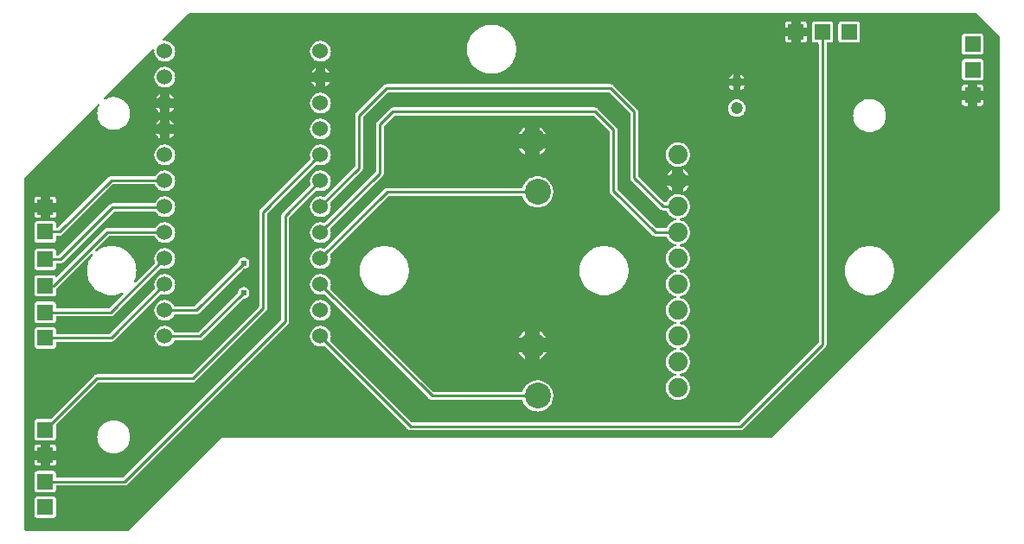
<source format=gbl>
G04 Layer: BottomLayer*
G04 EasyEDA v6.5.34, 2023-08-17 23:02:58*
G04 5a32774511aa48568c4b3b3a5df32718,8ef1d5b344d144c2b0b16805c6f0e890,10*
G04 Gerber Generator version 0.2*
G04 Scale: 100 percent, Rotated: No, Reflected: No *
G04 Dimensions in millimeters *
G04 leading zeros omitted , absolute positions ,4 integer and 5 decimal *
%FSLAX45Y45*%
%MOMM*%

%ADD10C,0.2540*%
%ADD11C,1.1938*%
%ADD12R,1.5748X1.5748*%
%ADD13C,1.8796*%
%ADD14C,1.5240*%
%ADD15C,2.5400*%
%ADD16C,0.6200*%
%ADD17C,0.0179*%

%LPD*%
G36*
X51714Y25908D02*
G01*
X44348Y26771D01*
X39928Y28346D01*
X35915Y30683D01*
X32410Y33832D01*
X29616Y37541D01*
X27584Y41808D01*
X26365Y46329D01*
X25908Y51714D01*
X25908Y3488791D01*
X26670Y3492703D01*
X28905Y3496005D01*
X743915Y4211015D01*
X747318Y4213250D01*
X751382Y4213961D01*
X755345Y4213047D01*
X758647Y4210608D01*
X760730Y4207052D01*
X761238Y4202988D01*
X760069Y4199077D01*
X753973Y4187545D01*
X747522Y4171391D01*
X742848Y4154576D01*
X740054Y4137406D01*
X739089Y4119981D01*
X740054Y4102608D01*
X742848Y4085437D01*
X747522Y4068622D01*
X753973Y4052468D01*
X762152Y4037076D01*
X771906Y4022648D01*
X783183Y4009339D01*
X795832Y3997401D01*
X809701Y3986834D01*
X824636Y3977843D01*
X840435Y3970528D01*
X856945Y3964990D01*
X873963Y3961231D01*
X891286Y3959351D01*
X908710Y3959351D01*
X926033Y3961231D01*
X943051Y3964990D01*
X959561Y3970528D01*
X975360Y3977843D01*
X990295Y3986834D01*
X1004163Y3997401D01*
X1016812Y4009339D01*
X1028090Y4022648D01*
X1037844Y4037076D01*
X1046022Y4052468D01*
X1052474Y4068622D01*
X1057148Y4085437D01*
X1059942Y4102608D01*
X1060907Y4119981D01*
X1059942Y4137406D01*
X1057148Y4154576D01*
X1052474Y4171391D01*
X1046022Y4187545D01*
X1037844Y4202938D01*
X1028090Y4217365D01*
X1016812Y4230674D01*
X1004163Y4242612D01*
X990295Y4253179D01*
X975360Y4262170D01*
X959561Y4269486D01*
X943051Y4275023D01*
X926033Y4278782D01*
X908710Y4280662D01*
X891286Y4280662D01*
X873963Y4278782D01*
X856945Y4275023D01*
X840435Y4269486D01*
X824636Y4262170D01*
X821486Y4260240D01*
X817524Y4258868D01*
X813358Y4259224D01*
X809701Y4261205D01*
X807110Y4264456D01*
X806094Y4268520D01*
X806754Y4272635D01*
X809040Y4276140D01*
X1281277Y4748377D01*
X1284782Y4750663D01*
X1288948Y4751374D01*
X1293012Y4750308D01*
X1296263Y4747717D01*
X1298244Y4744008D01*
X1298549Y4739843D01*
X1298143Y4736795D01*
X1298143Y4723180D01*
X1299972Y4709668D01*
X1303578Y4696510D01*
X1308862Y4683963D01*
X1315821Y4672228D01*
X1324305Y4661509D01*
X1334109Y4652060D01*
X1345082Y4643932D01*
X1357020Y4637379D01*
X1369771Y4632502D01*
X1383030Y4629353D01*
X1396593Y4627981D01*
X1410208Y4628438D01*
X1423670Y4630674D01*
X1436674Y4634738D01*
X1449070Y4640478D01*
X1460550Y4647793D01*
X1470964Y4656632D01*
X1480108Y4666742D01*
X1487830Y4677968D01*
X1493977Y4690160D01*
X1498447Y4703013D01*
X1501190Y4716373D01*
X1502105Y4729988D01*
X1501190Y4743602D01*
X1498447Y4756962D01*
X1493977Y4769866D01*
X1487830Y4782007D01*
X1480108Y4793284D01*
X1470964Y4803394D01*
X1460550Y4812182D01*
X1449070Y4819548D01*
X1436674Y4825288D01*
X1423670Y4829302D01*
X1410208Y4831588D01*
X1396593Y4832045D01*
X1389735Y4831334D01*
X1385620Y4831791D01*
X1382014Y4833823D01*
X1379524Y4837074D01*
X1378559Y4841087D01*
X1379270Y4845202D01*
X1381556Y4848656D01*
X1634032Y5101132D01*
X1637334Y5103317D01*
X1641195Y5104079D01*
X9344304Y5104079D01*
X9348165Y5103317D01*
X9351467Y5101132D01*
X9571126Y4881473D01*
X9573310Y4878171D01*
X9574072Y4874310D01*
X9574072Y3177489D01*
X9573310Y3173628D01*
X9571126Y3170326D01*
X7343597Y942797D01*
X7340295Y940562D01*
X7336383Y939800D01*
X1956816Y939800D01*
X1955088Y939088D01*
X1044905Y28905D01*
X1041603Y26670D01*
X1037691Y25908D01*
G37*

%LPC*%
G36*
X151942Y155448D02*
G01*
X308305Y155448D01*
X314604Y156159D01*
X320090Y158089D01*
X324967Y161137D01*
X329082Y165252D01*
X332130Y170129D01*
X334060Y175615D01*
X334772Y181914D01*
X334772Y338277D01*
X334060Y344576D01*
X332130Y350062D01*
X329082Y354939D01*
X324967Y359054D01*
X320090Y362102D01*
X314604Y364032D01*
X308305Y364744D01*
X151942Y364744D01*
X145643Y364032D01*
X140157Y362102D01*
X135280Y359054D01*
X131165Y354939D01*
X128117Y350062D01*
X126187Y344576D01*
X125476Y338277D01*
X125476Y181914D01*
X126187Y175615D01*
X128117Y170129D01*
X131165Y165252D01*
X135280Y161137D01*
X140157Y158089D01*
X145643Y156159D01*
G37*
G36*
X151942Y405384D02*
G01*
X308305Y405384D01*
X314604Y406095D01*
X320090Y408025D01*
X324967Y411073D01*
X329082Y415188D01*
X332130Y420065D01*
X334060Y425551D01*
X334772Y431850D01*
X334772Y461264D01*
X335534Y465175D01*
X337769Y468426D01*
X341020Y470662D01*
X344932Y471424D01*
X1004824Y471424D01*
X1012850Y472236D01*
X1020064Y474421D01*
X1026769Y477977D01*
X1032967Y483108D01*
X2605024Y2055164D01*
X2610154Y2061362D01*
X2613710Y2068068D01*
X2615895Y2075281D01*
X2616708Y2083307D01*
X2616708Y3093872D01*
X2617470Y3097784D01*
X2619705Y3101086D01*
X2879953Y3361334D01*
X2883154Y3363518D01*
X2886964Y3364331D01*
X2890774Y3363620D01*
X2893771Y3362502D01*
X2907030Y3359353D01*
X2920593Y3357981D01*
X2934208Y3358438D01*
X2947670Y3360674D01*
X2960674Y3364737D01*
X2973070Y3370478D01*
X2984550Y3377793D01*
X2994964Y3386632D01*
X3004108Y3396742D01*
X3011830Y3407968D01*
X3017977Y3420160D01*
X3022447Y3433013D01*
X3025190Y3446373D01*
X3026105Y3459987D01*
X3025190Y3473602D01*
X3022447Y3486962D01*
X3017977Y3499865D01*
X3011830Y3512007D01*
X3004108Y3523284D01*
X2994964Y3533394D01*
X2984550Y3542182D01*
X2973070Y3549548D01*
X2960674Y3555288D01*
X2947670Y3559301D01*
X2934208Y3561587D01*
X2920593Y3562045D01*
X2907030Y3560673D01*
X2893771Y3557524D01*
X2881020Y3552596D01*
X2869082Y3546043D01*
X2858109Y3537965D01*
X2848305Y3528466D01*
X2839821Y3517798D01*
X2832862Y3506063D01*
X2827578Y3493465D01*
X2823972Y3480358D01*
X2822143Y3466795D01*
X2822143Y3453180D01*
X2823972Y3439668D01*
X2827832Y3425698D01*
X2828137Y3422142D01*
X2827223Y3418687D01*
X2825191Y3415792D01*
X2551176Y3141726D01*
X2546045Y3135528D01*
X2542489Y3128822D01*
X2540304Y3121609D01*
X2539492Y3113582D01*
X2539492Y2103018D01*
X2538730Y2099106D01*
X2536494Y2095804D01*
X992327Y551637D01*
X989025Y549402D01*
X985113Y548640D01*
X344932Y548640D01*
X341020Y549402D01*
X337769Y551637D01*
X335534Y554888D01*
X334772Y558800D01*
X334772Y588213D01*
X334060Y594512D01*
X332130Y599998D01*
X329082Y604875D01*
X324967Y608990D01*
X320090Y612038D01*
X314604Y613968D01*
X308305Y614680D01*
X151942Y614680D01*
X145643Y613968D01*
X140157Y612038D01*
X135280Y608990D01*
X131165Y604875D01*
X128117Y599998D01*
X126187Y594512D01*
X125476Y588213D01*
X125476Y431850D01*
X126187Y425551D01*
X128117Y420065D01*
X131165Y415188D01*
X135280Y411073D01*
X140157Y408025D01*
X145643Y406095D01*
G37*
G36*
X275742Y665327D02*
G01*
X308152Y665327D01*
X314502Y666089D01*
X319938Y667969D01*
X324866Y671068D01*
X328930Y675132D01*
X332028Y680059D01*
X333908Y685495D01*
X334670Y691845D01*
X334670Y724255D01*
X275742Y724255D01*
G37*
G36*
X151841Y665327D02*
G01*
X184302Y665327D01*
X184302Y724255D01*
X125374Y724255D01*
X125374Y691845D01*
X126085Y685495D01*
X127965Y680059D01*
X131064Y675132D01*
X135128Y671068D01*
X140055Y667969D01*
X145491Y666089D01*
G37*
G36*
X891286Y789330D02*
G01*
X908710Y789330D01*
X926033Y791260D01*
X943051Y794969D01*
X959561Y800557D01*
X975360Y807872D01*
X990295Y816864D01*
X1004163Y827379D01*
X1016812Y839368D01*
X1028090Y852627D01*
X1037844Y867054D01*
X1046022Y882446D01*
X1052474Y898652D01*
X1057148Y915416D01*
X1059942Y932637D01*
X1060907Y950010D01*
X1059942Y967384D01*
X1057148Y984605D01*
X1052474Y1001369D01*
X1046022Y1017574D01*
X1037844Y1032967D01*
X1028090Y1047394D01*
X1016812Y1060653D01*
X1004163Y1072642D01*
X990295Y1083157D01*
X975360Y1092149D01*
X959561Y1099464D01*
X943051Y1105052D01*
X926033Y1108760D01*
X908710Y1110691D01*
X891286Y1110691D01*
X873963Y1108760D01*
X856945Y1105052D01*
X840435Y1099464D01*
X824636Y1092149D01*
X809701Y1083157D01*
X795832Y1072642D01*
X783183Y1060653D01*
X771906Y1047394D01*
X762152Y1032967D01*
X753973Y1017574D01*
X747522Y1001369D01*
X742848Y984605D01*
X740054Y967384D01*
X739089Y950010D01*
X740054Y932637D01*
X742848Y915416D01*
X747522Y898652D01*
X753973Y882446D01*
X762152Y867054D01*
X771906Y852627D01*
X783183Y839368D01*
X795832Y827379D01*
X809701Y816864D01*
X824636Y807872D01*
X840435Y800557D01*
X856945Y794969D01*
X873963Y791260D01*
G37*
G36*
X125374Y815695D02*
G01*
X184302Y815695D01*
X184302Y874623D01*
X151841Y874623D01*
X145491Y873912D01*
X140055Y872032D01*
X135128Y868934D01*
X131064Y864869D01*
X127965Y859942D01*
X126085Y854506D01*
X125374Y848156D01*
G37*
G36*
X275742Y815695D02*
G01*
X334670Y815695D01*
X334670Y848156D01*
X333908Y854506D01*
X332028Y859942D01*
X328930Y864869D01*
X324866Y868934D01*
X319938Y872032D01*
X314502Y873912D01*
X308152Y874623D01*
X275742Y874623D01*
G37*
G36*
X151942Y915416D02*
G01*
X308305Y915416D01*
X314604Y916127D01*
X320090Y918057D01*
X324967Y921105D01*
X329082Y925220D01*
X332130Y930097D01*
X334060Y935583D01*
X334772Y941882D01*
X334772Y1065885D01*
X335534Y1069797D01*
X337769Y1073099D01*
X747064Y1482394D01*
X750366Y1484630D01*
X754278Y1485392D01*
X1675892Y1485392D01*
X1683918Y1486204D01*
X1691132Y1488389D01*
X1697837Y1491945D01*
X1704035Y1497076D01*
X2389124Y2182164D01*
X2394254Y2188362D01*
X2397810Y2195068D01*
X2399995Y2202281D01*
X2400808Y2210308D01*
X2400808Y3131972D01*
X2401570Y3135884D01*
X2403805Y3139186D01*
X2879953Y3615334D01*
X2883154Y3617518D01*
X2886964Y3618331D01*
X2890774Y3617620D01*
X2893771Y3616502D01*
X2907030Y3613353D01*
X2920593Y3611981D01*
X2934208Y3612438D01*
X2947670Y3614674D01*
X2960674Y3618737D01*
X2973070Y3624478D01*
X2984550Y3631793D01*
X2994964Y3640632D01*
X3004108Y3650742D01*
X3011830Y3661968D01*
X3017977Y3674160D01*
X3022447Y3687013D01*
X3025190Y3700373D01*
X3026105Y3713987D01*
X3025190Y3727602D01*
X3022447Y3740962D01*
X3017977Y3753865D01*
X3011830Y3766007D01*
X3004108Y3777284D01*
X2994964Y3787394D01*
X2984550Y3796182D01*
X2973070Y3803548D01*
X2960674Y3809288D01*
X2947670Y3813301D01*
X2934208Y3815587D01*
X2920593Y3816045D01*
X2907030Y3814673D01*
X2893771Y3811524D01*
X2881020Y3806596D01*
X2869082Y3800043D01*
X2858109Y3791965D01*
X2848305Y3782466D01*
X2839821Y3771798D01*
X2832862Y3760063D01*
X2827578Y3747465D01*
X2823972Y3734358D01*
X2822143Y3720795D01*
X2822143Y3707180D01*
X2823972Y3693668D01*
X2827832Y3679698D01*
X2828137Y3676142D01*
X2827223Y3672687D01*
X2825191Y3669792D01*
X2335276Y3179826D01*
X2330145Y3173628D01*
X2326589Y3166922D01*
X2324404Y3159709D01*
X2323592Y3151682D01*
X2323592Y2230018D01*
X2322830Y2226106D01*
X2320594Y2222804D01*
X1663395Y1565605D01*
X1660093Y1563370D01*
X1656181Y1562608D01*
X734568Y1562608D01*
X726541Y1561795D01*
X719328Y1559610D01*
X712622Y1556054D01*
X706424Y1550924D01*
X283159Y1127709D01*
X279857Y1125474D01*
X275945Y1124712D01*
X151942Y1124712D01*
X145643Y1124000D01*
X140157Y1122070D01*
X135280Y1119022D01*
X131165Y1114907D01*
X128117Y1110030D01*
X126187Y1104544D01*
X125476Y1098245D01*
X125476Y941882D01*
X126187Y935583D01*
X128117Y930097D01*
X131165Y925220D01*
X135280Y921105D01*
X140157Y918057D01*
X145643Y916127D01*
G37*
G36*
X3806393Y1015492D02*
G01*
X7035292Y1015492D01*
X7043318Y1016304D01*
X7050531Y1018489D01*
X7057237Y1022045D01*
X7063435Y1027176D01*
X7866938Y1830628D01*
X7872069Y1836877D01*
X7875625Y1843532D01*
X7877809Y1850745D01*
X7878622Y1858772D01*
X7878622Y4805172D01*
X7879384Y4809083D01*
X7881569Y4812385D01*
X7884871Y4814570D01*
X7888782Y4815332D01*
X7918145Y4815332D01*
X7924495Y4816094D01*
X7929930Y4817973D01*
X7934858Y4821072D01*
X7938922Y4825136D01*
X7942021Y4830064D01*
X7943900Y4835499D01*
X7944662Y4841849D01*
X7944662Y4998161D01*
X7943900Y5004511D01*
X7942021Y5009946D01*
X7938922Y5014874D01*
X7934858Y5018938D01*
X7929930Y5022037D01*
X7924495Y5023916D01*
X7918145Y5024628D01*
X7761833Y5024628D01*
X7755483Y5023916D01*
X7750048Y5022037D01*
X7745120Y5018938D01*
X7741056Y5014874D01*
X7737957Y5009946D01*
X7736078Y5004511D01*
X7735366Y4998161D01*
X7735366Y4841849D01*
X7736078Y4835499D01*
X7737957Y4830064D01*
X7741056Y4825136D01*
X7745120Y4821072D01*
X7750048Y4817973D01*
X7755483Y4816094D01*
X7761833Y4815332D01*
X7791246Y4815332D01*
X7795107Y4814570D01*
X7798409Y4812385D01*
X7800594Y4809083D01*
X7801406Y4805172D01*
X7801406Y1878482D01*
X7800594Y1874621D01*
X7798409Y1871319D01*
X7022795Y1095705D01*
X7019493Y1093470D01*
X7015581Y1092708D01*
X3826103Y1092708D01*
X3822192Y1093470D01*
X3818890Y1095705D01*
X3022600Y1891995D01*
X3020466Y1895093D01*
X3019653Y1898751D01*
X3020212Y1902510D01*
X3022447Y1909013D01*
X3025190Y1922373D01*
X3026105Y1935988D01*
X3025190Y1949602D01*
X3022447Y1962962D01*
X3017977Y1975866D01*
X3011830Y1988007D01*
X3004108Y1999284D01*
X2994964Y2009393D01*
X2984550Y2018182D01*
X2973070Y2025548D01*
X2960674Y2031288D01*
X2947670Y2035302D01*
X2934208Y2037588D01*
X2920593Y2038045D01*
X2907030Y2036673D01*
X2893771Y2033524D01*
X2881020Y2028596D01*
X2869082Y2022043D01*
X2858109Y2013966D01*
X2848305Y2004466D01*
X2839821Y1993798D01*
X2832862Y1982063D01*
X2827578Y1969465D01*
X2823972Y1956358D01*
X2822143Y1942795D01*
X2822143Y1929180D01*
X2823972Y1915668D01*
X2827578Y1902510D01*
X2832862Y1889963D01*
X2839821Y1878228D01*
X2848305Y1867509D01*
X2858109Y1858060D01*
X2869082Y1849932D01*
X2881020Y1843379D01*
X2893771Y1838502D01*
X2907030Y1835353D01*
X2920593Y1833981D01*
X2934208Y1834438D01*
X2947670Y1836674D01*
X2957830Y1839874D01*
X2961487Y1840280D01*
X2965043Y1839417D01*
X2968040Y1837334D01*
X3778250Y1027176D01*
X3784447Y1022045D01*
X3791153Y1018489D01*
X3798366Y1016304D01*
G37*
G36*
X5049570Y1198168D02*
G01*
X5066385Y1199134D01*
X5082997Y1201877D01*
X5099202Y1206449D01*
X5114848Y1212799D01*
X5129631Y1220825D01*
X5143500Y1230426D01*
X5156200Y1241501D01*
X5167579Y1253896D01*
X5177586Y1267460D01*
X5186019Y1282039D01*
X5192776Y1297482D01*
X5197805Y1313535D01*
X5201005Y1330096D01*
X5202428Y1346860D01*
X5201970Y1363726D01*
X5199634Y1380388D01*
X5195519Y1396695D01*
X5189575Y1412494D01*
X5182006Y1427530D01*
X5172760Y1441602D01*
X5162092Y1454607D01*
X5150002Y1466392D01*
X5136692Y1476705D01*
X5122367Y1485544D01*
X5107127Y1492758D01*
X5091176Y1498193D01*
X5074767Y1501902D01*
X5058003Y1503730D01*
X5041138Y1503730D01*
X5024424Y1501902D01*
X5007965Y1498193D01*
X4992065Y1492758D01*
X4976825Y1485544D01*
X4962448Y1476705D01*
X4949190Y1466392D01*
X4937099Y1454607D01*
X4926380Y1441602D01*
X4917186Y1427530D01*
X4909566Y1412494D01*
X4903520Y1396288D01*
X4901336Y1392834D01*
X4897983Y1390497D01*
X4893970Y1389684D01*
X4037126Y1389684D01*
X4033215Y1390446D01*
X4029913Y1392682D01*
X3022600Y2399995D01*
X3020466Y2403094D01*
X3019653Y2406751D01*
X3020212Y2410510D01*
X3022447Y2417013D01*
X3025190Y2430373D01*
X3026105Y2443988D01*
X3025190Y2457602D01*
X3022447Y2470962D01*
X3017977Y2483866D01*
X3011830Y2496007D01*
X3004108Y2507284D01*
X2994964Y2517394D01*
X2984550Y2526182D01*
X2973070Y2533548D01*
X2960674Y2539288D01*
X2947670Y2543302D01*
X2934208Y2545588D01*
X2920593Y2546045D01*
X2907030Y2544673D01*
X2893771Y2541524D01*
X2881020Y2536596D01*
X2869082Y2530043D01*
X2858109Y2521966D01*
X2848305Y2512466D01*
X2839821Y2501798D01*
X2832862Y2490063D01*
X2827578Y2477465D01*
X2823972Y2464358D01*
X2822143Y2450795D01*
X2822143Y2437180D01*
X2823972Y2423668D01*
X2827578Y2410510D01*
X2832862Y2397963D01*
X2839821Y2386228D01*
X2848305Y2375509D01*
X2858109Y2366060D01*
X2869082Y2357932D01*
X2881020Y2351379D01*
X2893771Y2346502D01*
X2907030Y2343353D01*
X2920593Y2341981D01*
X2934208Y2342438D01*
X2947670Y2344674D01*
X2957830Y2347874D01*
X2961487Y2348280D01*
X2965043Y2347417D01*
X2968040Y2345334D01*
X3989273Y1324152D01*
X3995470Y1319022D01*
X4002176Y1315466D01*
X4009390Y1313281D01*
X4017416Y1312468D01*
X4894224Y1312468D01*
X4898390Y1311554D01*
X4901844Y1309065D01*
X4903927Y1305356D01*
X4906416Y1297482D01*
X4913172Y1282039D01*
X4921605Y1267460D01*
X4931562Y1253896D01*
X4942992Y1241501D01*
X4955692Y1230426D01*
X4969510Y1220825D01*
X4984343Y1212799D01*
X4999939Y1206449D01*
X5016144Y1201877D01*
X5032756Y1199134D01*
G37*
G36*
X6418732Y1311808D02*
G01*
X6433464Y1312265D01*
X6448044Y1314500D01*
X6462217Y1318564D01*
X6475831Y1324305D01*
X6488633Y1331671D01*
X6500368Y1340561D01*
X6510985Y1350822D01*
X6520230Y1362354D01*
X6528003Y1374902D01*
X6534150Y1388313D01*
X6538671Y1402384D01*
X6541363Y1416862D01*
X6542278Y1431594D01*
X6541363Y1446326D01*
X6538671Y1460855D01*
X6534150Y1474876D01*
X6528003Y1488287D01*
X6520230Y1500835D01*
X6510985Y1512366D01*
X6500368Y1522628D01*
X6488633Y1531518D01*
X6475831Y1538884D01*
X6462217Y1544675D01*
X6447586Y1548841D01*
X6443726Y1550873D01*
X6441135Y1554378D01*
X6440170Y1558594D01*
X6441135Y1562862D01*
X6443726Y1566316D01*
X6447586Y1568348D01*
X6462217Y1572564D01*
X6475831Y1578305D01*
X6488633Y1585671D01*
X6500368Y1594561D01*
X6510985Y1604822D01*
X6520230Y1616354D01*
X6528003Y1628901D01*
X6534150Y1642313D01*
X6538671Y1656384D01*
X6541363Y1670862D01*
X6542278Y1685594D01*
X6541363Y1700326D01*
X6538671Y1714855D01*
X6534150Y1728876D01*
X6528003Y1742287D01*
X6520230Y1754835D01*
X6510985Y1766366D01*
X6500368Y1776628D01*
X6488633Y1785518D01*
X6475831Y1792884D01*
X6462217Y1798675D01*
X6447586Y1802841D01*
X6443726Y1804873D01*
X6441135Y1808378D01*
X6440170Y1812594D01*
X6441135Y1816862D01*
X6443726Y1820316D01*
X6447586Y1822348D01*
X6462217Y1826564D01*
X6475831Y1832305D01*
X6488633Y1839671D01*
X6500368Y1848561D01*
X6510985Y1858822D01*
X6520230Y1870354D01*
X6528003Y1882902D01*
X6534150Y1896313D01*
X6538671Y1910384D01*
X6541363Y1924862D01*
X6542278Y1939594D01*
X6541363Y1954326D01*
X6538671Y1968855D01*
X6534150Y1982876D01*
X6528003Y1996287D01*
X6520230Y2008835D01*
X6510985Y2020366D01*
X6500368Y2030628D01*
X6488633Y2039518D01*
X6475831Y2046884D01*
X6462217Y2052675D01*
X6447586Y2056841D01*
X6443726Y2058873D01*
X6441135Y2062378D01*
X6440170Y2066594D01*
X6441135Y2070862D01*
X6443726Y2074316D01*
X6447586Y2076348D01*
X6462217Y2080564D01*
X6475831Y2086305D01*
X6488633Y2093671D01*
X6500368Y2102561D01*
X6510985Y2112822D01*
X6520230Y2124354D01*
X6528003Y2136902D01*
X6534150Y2150313D01*
X6538671Y2164384D01*
X6541363Y2178862D01*
X6542278Y2193594D01*
X6541363Y2208326D01*
X6538671Y2222855D01*
X6534150Y2236876D01*
X6528003Y2250287D01*
X6520230Y2262835D01*
X6510985Y2274366D01*
X6500368Y2284628D01*
X6488633Y2293518D01*
X6475831Y2300884D01*
X6462217Y2306675D01*
X6447586Y2310841D01*
X6443726Y2312873D01*
X6441135Y2316378D01*
X6440170Y2320594D01*
X6441135Y2324862D01*
X6443726Y2328316D01*
X6447586Y2330348D01*
X6462217Y2334564D01*
X6475831Y2340305D01*
X6488633Y2347671D01*
X6500368Y2356561D01*
X6510985Y2366822D01*
X6520230Y2378354D01*
X6528003Y2390902D01*
X6534150Y2404313D01*
X6538671Y2418384D01*
X6541363Y2432862D01*
X6542278Y2447594D01*
X6541363Y2462326D01*
X6538671Y2476855D01*
X6534150Y2490876D01*
X6528003Y2504287D01*
X6520230Y2516835D01*
X6510985Y2528366D01*
X6500368Y2538628D01*
X6488633Y2547518D01*
X6475831Y2554884D01*
X6462217Y2560675D01*
X6447586Y2564841D01*
X6443726Y2566873D01*
X6441135Y2570378D01*
X6440170Y2574594D01*
X6441135Y2578862D01*
X6443726Y2582316D01*
X6447586Y2584348D01*
X6462217Y2588564D01*
X6475831Y2594305D01*
X6488633Y2601671D01*
X6500368Y2610561D01*
X6510985Y2620822D01*
X6520230Y2632354D01*
X6528003Y2644902D01*
X6534150Y2658313D01*
X6538671Y2672384D01*
X6541363Y2686862D01*
X6542278Y2701594D01*
X6541363Y2716326D01*
X6538671Y2730855D01*
X6534150Y2744876D01*
X6528003Y2758287D01*
X6520230Y2770835D01*
X6510985Y2782366D01*
X6500368Y2792628D01*
X6488633Y2801518D01*
X6475831Y2808884D01*
X6462217Y2814675D01*
X6447586Y2818841D01*
X6443726Y2820873D01*
X6441135Y2824378D01*
X6440170Y2828594D01*
X6441135Y2832862D01*
X6443726Y2836316D01*
X6447586Y2838348D01*
X6462217Y2842564D01*
X6475831Y2848305D01*
X6488633Y2855671D01*
X6500368Y2864561D01*
X6510985Y2874822D01*
X6520230Y2886354D01*
X6528003Y2898902D01*
X6534150Y2912313D01*
X6538671Y2926384D01*
X6541363Y2940862D01*
X6542278Y2955594D01*
X6541363Y2970326D01*
X6538671Y2984855D01*
X6534150Y2998876D01*
X6528003Y3012287D01*
X6520230Y3024835D01*
X6510985Y3036366D01*
X6500368Y3046628D01*
X6488633Y3055518D01*
X6475831Y3062884D01*
X6462217Y3068675D01*
X6447586Y3072841D01*
X6443726Y3074873D01*
X6441135Y3078378D01*
X6440170Y3082594D01*
X6441135Y3086862D01*
X6443726Y3090316D01*
X6447586Y3092348D01*
X6462217Y3096564D01*
X6475831Y3102305D01*
X6488633Y3109671D01*
X6500368Y3118561D01*
X6510985Y3128822D01*
X6520230Y3140354D01*
X6528003Y3152902D01*
X6534150Y3166313D01*
X6538671Y3180384D01*
X6541363Y3194862D01*
X6542278Y3209594D01*
X6541363Y3224326D01*
X6538671Y3238855D01*
X6534150Y3252876D01*
X6528003Y3266287D01*
X6520230Y3278835D01*
X6510985Y3290366D01*
X6500368Y3300628D01*
X6488633Y3309518D01*
X6475831Y3316884D01*
X6462217Y3322675D01*
X6448044Y3326688D01*
X6433464Y3328974D01*
X6418732Y3329432D01*
X6404000Y3328060D01*
X6389573Y3324910D01*
X6375654Y3319983D01*
X6362446Y3313429D01*
X6350152Y3305251D01*
X6338976Y3295650D01*
X6329019Y3284728D01*
X6320485Y3272688D01*
X6313525Y3259683D01*
X6311544Y3254705D01*
X6309360Y3251301D01*
X6306058Y3249015D01*
X6302095Y3248202D01*
X6297523Y3248202D01*
X6293612Y3248964D01*
X6290310Y3251200D01*
X6036005Y3505504D01*
X6033770Y3508806D01*
X6033008Y3512718D01*
X6033008Y4139692D01*
X6032195Y4147718D01*
X6030010Y4154932D01*
X6026454Y4161637D01*
X6021324Y4167835D01*
X5793435Y4395724D01*
X5787237Y4400854D01*
X5780532Y4404410D01*
X5773318Y4406595D01*
X5765292Y4407408D01*
X3569208Y4407408D01*
X3561181Y4406595D01*
X3553968Y4404410D01*
X3547262Y4400854D01*
X3541064Y4395724D01*
X3275076Y4129735D01*
X3269945Y4123537D01*
X3266389Y4116832D01*
X3264204Y4109618D01*
X3263392Y4101592D01*
X3263392Y3604209D01*
X3262629Y3600297D01*
X3260394Y3596995D01*
X2968091Y3304641D01*
X2965043Y3302558D01*
X2961487Y3301695D01*
X2957880Y3302152D01*
X2947670Y3305301D01*
X2934208Y3307587D01*
X2920593Y3308045D01*
X2907030Y3306673D01*
X2893771Y3303524D01*
X2881020Y3298596D01*
X2869082Y3292043D01*
X2858109Y3283965D01*
X2848305Y3274466D01*
X2839821Y3263798D01*
X2832862Y3252063D01*
X2827578Y3239465D01*
X2823972Y3226358D01*
X2822143Y3212795D01*
X2822143Y3199180D01*
X2823972Y3185668D01*
X2827578Y3172510D01*
X2832862Y3159963D01*
X2839821Y3148228D01*
X2848305Y3137509D01*
X2858109Y3128060D01*
X2869082Y3119932D01*
X2881020Y3113379D01*
X2893771Y3108502D01*
X2907030Y3105353D01*
X2920593Y3103981D01*
X2934208Y3104438D01*
X2947670Y3106674D01*
X2960674Y3110738D01*
X2973070Y3116478D01*
X2984550Y3123793D01*
X2994964Y3132632D01*
X3004108Y3142742D01*
X3011830Y3153968D01*
X3017977Y3166160D01*
X3022447Y3179013D01*
X3025190Y3192373D01*
X3026105Y3205988D01*
X3025190Y3219602D01*
X3022447Y3232962D01*
X3020212Y3239465D01*
X3019653Y3243224D01*
X3020466Y3246882D01*
X3022600Y3249980D01*
X3328924Y3556355D01*
X3334054Y3562553D01*
X3337610Y3569258D01*
X3339795Y3576472D01*
X3340608Y3584498D01*
X3340608Y4081881D01*
X3341370Y4085793D01*
X3343605Y4089095D01*
X3581704Y4327194D01*
X3585006Y4329430D01*
X3588918Y4330192D01*
X5745581Y4330192D01*
X5749493Y4329430D01*
X5752795Y4327194D01*
X5952794Y4127195D01*
X5955030Y4123893D01*
X5955792Y4119981D01*
X5955792Y3493008D01*
X5956604Y3484981D01*
X5958789Y3477768D01*
X5962345Y3471062D01*
X5967476Y3464864D01*
X6249670Y3182670D01*
X6255867Y3177540D01*
X6262573Y3173984D01*
X6269786Y3171799D01*
X6277813Y3170986D01*
X6302095Y3170986D01*
X6306058Y3170174D01*
X6309410Y3167888D01*
X6311544Y3164484D01*
X6313525Y3159506D01*
X6320485Y3146501D01*
X6329019Y3134461D01*
X6338976Y3123539D01*
X6350152Y3113938D01*
X6362446Y3105810D01*
X6375654Y3099206D01*
X6389573Y3094329D01*
X6397752Y3092500D01*
X6401308Y3090976D01*
X6404051Y3088182D01*
X6405524Y3084576D01*
X6405524Y3080664D01*
X6404051Y3077006D01*
X6401308Y3074212D01*
X6397752Y3072688D01*
X6389573Y3070910D01*
X6375654Y3065983D01*
X6362446Y3059430D01*
X6350152Y3051251D01*
X6338976Y3041650D01*
X6329019Y3030728D01*
X6320485Y3018688D01*
X6313525Y3005683D01*
X6311544Y3000705D01*
X6309360Y2997301D01*
X6306058Y2995015D01*
X6302095Y2994202D01*
X6221323Y2994202D01*
X6217412Y2994964D01*
X6214110Y2997200D01*
X5832805Y3378504D01*
X5830570Y3381806D01*
X5829808Y3385718D01*
X5829808Y3961892D01*
X5828995Y3969918D01*
X5826810Y3977132D01*
X5823254Y3983837D01*
X5818124Y3990035D01*
X5641035Y4167124D01*
X5634837Y4172254D01*
X5628132Y4175810D01*
X5620918Y4177995D01*
X5612892Y4178808D01*
X3632708Y4178808D01*
X3624681Y4177995D01*
X3617468Y4175810D01*
X3610762Y4172254D01*
X3604564Y4167124D01*
X3478276Y4040835D01*
X3473145Y4034637D01*
X3469589Y4027932D01*
X3467404Y4020718D01*
X3466592Y4012692D01*
X3466592Y3553409D01*
X3465829Y3549497D01*
X3463594Y3546195D01*
X2968091Y3050641D01*
X2965043Y3048558D01*
X2961487Y3047695D01*
X2957880Y3048152D01*
X2947670Y3051302D01*
X2934208Y3053588D01*
X2920593Y3054045D01*
X2907030Y3052673D01*
X2893771Y3049524D01*
X2881020Y3044596D01*
X2869082Y3038043D01*
X2858109Y3029966D01*
X2848305Y3020466D01*
X2839821Y3009798D01*
X2832862Y2998063D01*
X2827578Y2985465D01*
X2823972Y2972358D01*
X2822143Y2958795D01*
X2822143Y2945180D01*
X2823972Y2931668D01*
X2827578Y2918510D01*
X2832862Y2905963D01*
X2839821Y2894228D01*
X2848305Y2883509D01*
X2858109Y2874060D01*
X2869082Y2865932D01*
X2881020Y2859379D01*
X2893771Y2854502D01*
X2907030Y2851353D01*
X2920593Y2849981D01*
X2934208Y2850438D01*
X2947670Y2852674D01*
X2960674Y2856738D01*
X2973070Y2862478D01*
X2984550Y2869793D01*
X2994964Y2878632D01*
X3004108Y2888742D01*
X3011830Y2899968D01*
X3017977Y2912160D01*
X3022447Y2925013D01*
X3025190Y2938373D01*
X3026105Y2951988D01*
X3025190Y2965602D01*
X3022447Y2978962D01*
X3020212Y2985465D01*
X3019653Y2989224D01*
X3020466Y2992882D01*
X3022600Y2995980D01*
X3532124Y3505555D01*
X3537254Y3511753D01*
X3540810Y3518458D01*
X3542995Y3525672D01*
X3543808Y3533698D01*
X3543808Y3992981D01*
X3544570Y3996893D01*
X3546805Y4000195D01*
X3645204Y4098594D01*
X3648506Y4100829D01*
X3652418Y4101592D01*
X5593181Y4101592D01*
X5597093Y4100829D01*
X5600395Y4098594D01*
X5749594Y3949395D01*
X5751830Y3946093D01*
X5752592Y3942181D01*
X5752592Y3366008D01*
X5753404Y3357981D01*
X5755589Y3350768D01*
X5759145Y3344062D01*
X5764276Y3337864D01*
X6173470Y2928670D01*
X6179667Y2923540D01*
X6186373Y2919984D01*
X6193586Y2917799D01*
X6201613Y2916986D01*
X6302095Y2916986D01*
X6306058Y2916174D01*
X6309410Y2913888D01*
X6311544Y2910484D01*
X6313525Y2905506D01*
X6320485Y2892501D01*
X6329019Y2880461D01*
X6338976Y2869539D01*
X6350152Y2859938D01*
X6362446Y2851810D01*
X6375654Y2845206D01*
X6389573Y2840329D01*
X6397752Y2838500D01*
X6401308Y2836976D01*
X6404051Y2834182D01*
X6405524Y2830576D01*
X6405524Y2826664D01*
X6404051Y2823006D01*
X6401308Y2820212D01*
X6397752Y2818688D01*
X6389573Y2816910D01*
X6375654Y2811983D01*
X6362446Y2805430D01*
X6350152Y2797251D01*
X6338976Y2787650D01*
X6329019Y2776728D01*
X6320485Y2764688D01*
X6313525Y2751683D01*
X6308191Y2737916D01*
X6304584Y2723642D01*
X6302756Y2708960D01*
X6302756Y2694228D01*
X6304584Y2679598D01*
X6308191Y2665272D01*
X6313525Y2651506D01*
X6320485Y2638501D01*
X6329019Y2626461D01*
X6338976Y2615539D01*
X6350152Y2605938D01*
X6362446Y2597810D01*
X6375654Y2591206D01*
X6389573Y2586329D01*
X6397752Y2584500D01*
X6401308Y2582976D01*
X6404051Y2580182D01*
X6405524Y2576576D01*
X6405524Y2572664D01*
X6404051Y2569006D01*
X6401308Y2566212D01*
X6397752Y2564688D01*
X6389573Y2562910D01*
X6375654Y2557983D01*
X6362446Y2551430D01*
X6350152Y2543251D01*
X6338976Y2533650D01*
X6329019Y2522728D01*
X6320485Y2510688D01*
X6313525Y2497683D01*
X6308191Y2483916D01*
X6304584Y2469642D01*
X6302756Y2454960D01*
X6302756Y2440228D01*
X6304584Y2425598D01*
X6308191Y2411272D01*
X6313525Y2397506D01*
X6320485Y2384501D01*
X6329019Y2372461D01*
X6338976Y2361539D01*
X6350152Y2351938D01*
X6362446Y2343810D01*
X6375654Y2337206D01*
X6389573Y2332329D01*
X6397752Y2330500D01*
X6401308Y2328976D01*
X6404051Y2326182D01*
X6405524Y2322576D01*
X6405524Y2318664D01*
X6404051Y2315006D01*
X6401308Y2312212D01*
X6397752Y2310688D01*
X6389573Y2308910D01*
X6375654Y2303983D01*
X6362446Y2297430D01*
X6350152Y2289251D01*
X6338976Y2279650D01*
X6329019Y2268728D01*
X6320485Y2256688D01*
X6313525Y2243683D01*
X6308191Y2229916D01*
X6304584Y2215642D01*
X6302756Y2200960D01*
X6302756Y2186228D01*
X6304584Y2171598D01*
X6308191Y2157272D01*
X6313525Y2143506D01*
X6320485Y2130501D01*
X6329019Y2118461D01*
X6338976Y2107539D01*
X6350152Y2097938D01*
X6362446Y2089810D01*
X6375654Y2083206D01*
X6389573Y2078329D01*
X6397752Y2076500D01*
X6401308Y2074976D01*
X6404051Y2072182D01*
X6405524Y2068575D01*
X6405524Y2064664D01*
X6404051Y2061006D01*
X6401308Y2058212D01*
X6397752Y2056688D01*
X6389573Y2054910D01*
X6375654Y2049983D01*
X6362446Y2043430D01*
X6350152Y2035251D01*
X6338976Y2025650D01*
X6329019Y2014728D01*
X6320485Y2002688D01*
X6313525Y1989683D01*
X6308191Y1975916D01*
X6304584Y1961642D01*
X6302756Y1946960D01*
X6302756Y1932228D01*
X6304584Y1917598D01*
X6308191Y1903272D01*
X6313525Y1889506D01*
X6320485Y1876501D01*
X6329019Y1864461D01*
X6338976Y1853539D01*
X6350152Y1843938D01*
X6362446Y1835810D01*
X6375654Y1829206D01*
X6389573Y1824329D01*
X6397752Y1822500D01*
X6401308Y1820976D01*
X6404051Y1818182D01*
X6405524Y1814575D01*
X6405524Y1810664D01*
X6404051Y1807006D01*
X6401308Y1804212D01*
X6397752Y1802688D01*
X6389573Y1800910D01*
X6375654Y1795983D01*
X6362446Y1789430D01*
X6350152Y1781251D01*
X6338976Y1771650D01*
X6329019Y1760728D01*
X6320485Y1748688D01*
X6313525Y1735683D01*
X6308191Y1721916D01*
X6304584Y1707642D01*
X6302756Y1692960D01*
X6302756Y1678228D01*
X6304584Y1663598D01*
X6308191Y1649272D01*
X6313525Y1635506D01*
X6320485Y1622501D01*
X6329019Y1610461D01*
X6338976Y1599539D01*
X6350152Y1589938D01*
X6362446Y1581810D01*
X6375654Y1575206D01*
X6389573Y1570329D01*
X6397752Y1568500D01*
X6401308Y1566976D01*
X6404051Y1564182D01*
X6405524Y1560576D01*
X6405524Y1556664D01*
X6404051Y1553006D01*
X6401308Y1550212D01*
X6397752Y1548688D01*
X6389573Y1546910D01*
X6375654Y1541983D01*
X6362446Y1535430D01*
X6350152Y1527251D01*
X6338976Y1517650D01*
X6329019Y1506728D01*
X6320485Y1494688D01*
X6313525Y1481683D01*
X6308191Y1467916D01*
X6304584Y1453642D01*
X6302756Y1438960D01*
X6302756Y1424228D01*
X6304584Y1409598D01*
X6308191Y1395272D01*
X6313525Y1381506D01*
X6320485Y1368501D01*
X6329019Y1356461D01*
X6338976Y1345539D01*
X6350152Y1335938D01*
X6362446Y1327810D01*
X6375654Y1321206D01*
X6389573Y1316329D01*
X6404000Y1313129D01*
G37*
G36*
X5068620Y1713077D02*
G01*
X5071567Y1714449D01*
X5085892Y1723288D01*
X5099202Y1733600D01*
X5111292Y1745386D01*
X5121960Y1758391D01*
X5131206Y1772462D01*
X5134508Y1779066D01*
X5068620Y1779066D01*
G37*
G36*
X4928920Y1713077D02*
G01*
X4928920Y1779066D01*
X4863033Y1779066D01*
X4866386Y1772462D01*
X4875580Y1758391D01*
X4886299Y1745386D01*
X4898390Y1733600D01*
X4911648Y1723288D01*
X4926025Y1714449D01*
G37*
G36*
X151942Y1815338D02*
G01*
X308305Y1815338D01*
X314604Y1816049D01*
X320090Y1817979D01*
X324967Y1821027D01*
X329082Y1825142D01*
X332130Y1830019D01*
X334060Y1835505D01*
X334772Y1841804D01*
X334772Y1871218D01*
X335534Y1875129D01*
X337769Y1878380D01*
X341020Y1880616D01*
X344932Y1881378D01*
X875487Y1881378D01*
X883513Y1882190D01*
X890727Y1884375D01*
X897432Y1887931D01*
X903630Y1893062D01*
X1355953Y2345334D01*
X1359154Y2347518D01*
X1362964Y2348331D01*
X1366774Y2347620D01*
X1369771Y2346502D01*
X1383030Y2343353D01*
X1396593Y2341981D01*
X1410208Y2342438D01*
X1423670Y2344674D01*
X1436674Y2348738D01*
X1449070Y2354478D01*
X1460550Y2361793D01*
X1470964Y2370632D01*
X1480108Y2380742D01*
X1487830Y2391968D01*
X1493977Y2404160D01*
X1498447Y2417013D01*
X1501190Y2430373D01*
X1502105Y2443988D01*
X1501190Y2457602D01*
X1498447Y2470962D01*
X1493977Y2483866D01*
X1487830Y2496007D01*
X1480108Y2507284D01*
X1470964Y2517394D01*
X1460550Y2526182D01*
X1449070Y2533548D01*
X1436674Y2539288D01*
X1423670Y2543302D01*
X1410208Y2545588D01*
X1396593Y2546045D01*
X1383030Y2544673D01*
X1369771Y2541524D01*
X1357020Y2536596D01*
X1345082Y2530043D01*
X1334109Y2521966D01*
X1324305Y2512466D01*
X1315821Y2501798D01*
X1308862Y2490063D01*
X1303578Y2477465D01*
X1299972Y2464358D01*
X1298143Y2450795D01*
X1298143Y2437180D01*
X1299972Y2423668D01*
X1303832Y2409698D01*
X1304137Y2406142D01*
X1303223Y2402687D01*
X1301191Y2399792D01*
X862990Y1961591D01*
X859688Y1959356D01*
X855776Y1958593D01*
X344932Y1958593D01*
X341020Y1959356D01*
X337769Y1961591D01*
X335534Y1964842D01*
X334772Y1968754D01*
X334772Y1998167D01*
X334060Y2004466D01*
X332130Y2009952D01*
X329082Y2014829D01*
X324967Y2018944D01*
X320090Y2021992D01*
X314604Y2023922D01*
X308305Y2024634D01*
X151942Y2024634D01*
X145643Y2023922D01*
X140157Y2021992D01*
X135280Y2018944D01*
X131165Y2014829D01*
X128117Y2009952D01*
X126187Y2004466D01*
X125476Y1998167D01*
X125476Y1841804D01*
X126187Y1835505D01*
X128117Y1830019D01*
X131165Y1825142D01*
X135280Y1821027D01*
X140157Y1817979D01*
X145643Y1816049D01*
G37*
G36*
X1396593Y1833981D02*
G01*
X1410208Y1834438D01*
X1423670Y1836674D01*
X1436674Y1840738D01*
X1449070Y1846478D01*
X1460550Y1853793D01*
X1470964Y1862632D01*
X1480108Y1872742D01*
X1487830Y1883968D01*
X1491792Y1891792D01*
X1494028Y1894738D01*
X1497228Y1896719D01*
X1500835Y1897380D01*
X1744980Y1897380D01*
X1753006Y1898192D01*
X1760220Y1900377D01*
X1766925Y1903933D01*
X1773123Y1909064D01*
X2166518Y2302408D01*
X2170023Y2304694D01*
X2183688Y2306624D01*
X2192883Y2309418D01*
X2201519Y2313787D01*
X2209292Y2319528D01*
X2215946Y2326487D01*
X2221331Y2334463D01*
X2225344Y2343251D01*
X2227732Y2352598D01*
X2228596Y2362200D01*
X2227732Y2371801D01*
X2225344Y2381148D01*
X2221331Y2389936D01*
X2215946Y2397912D01*
X2209292Y2404872D01*
X2201519Y2410612D01*
X2192883Y2414981D01*
X2183688Y2417775D01*
X2174138Y2419045D01*
X2164486Y2418588D01*
X2155037Y2416556D01*
X2146096Y2413000D01*
X2137867Y2407920D01*
X2130653Y2401570D01*
X2124557Y2394051D01*
X2119884Y2385618D01*
X2116683Y2376525D01*
X2115058Y2367026D01*
X2115058Y2364333D01*
X2114245Y2360472D01*
X2112060Y2357170D01*
X1732483Y1977593D01*
X1729181Y1975357D01*
X1725269Y1974596D01*
X1500886Y1974596D01*
X1497228Y1975256D01*
X1494078Y1977237D01*
X1491792Y1980184D01*
X1487830Y1988007D01*
X1480108Y1999284D01*
X1470964Y2009393D01*
X1460550Y2018182D01*
X1449070Y2025548D01*
X1436674Y2031288D01*
X1423670Y2035302D01*
X1410208Y2037588D01*
X1396593Y2038045D01*
X1383030Y2036673D01*
X1369771Y2033524D01*
X1357020Y2028596D01*
X1345082Y2022043D01*
X1334109Y2013966D01*
X1324305Y2004466D01*
X1315821Y1993798D01*
X1308862Y1982063D01*
X1303578Y1969465D01*
X1299972Y1956358D01*
X1298143Y1942795D01*
X1298143Y1929180D01*
X1299972Y1915668D01*
X1303578Y1902510D01*
X1308862Y1889963D01*
X1315821Y1878228D01*
X1324305Y1867509D01*
X1334109Y1858060D01*
X1345082Y1849932D01*
X1357020Y1843379D01*
X1369771Y1838502D01*
X1383030Y1835353D01*
G37*
G36*
X5068620Y1918766D02*
G01*
X5134711Y1918766D01*
X5126786Y1932533D01*
X5116779Y1946097D01*
X5105400Y1958492D01*
X5092700Y1969566D01*
X5078831Y1979168D01*
X5068620Y1984705D01*
G37*
G36*
X4862830Y1918766D02*
G01*
X4928920Y1918766D01*
X4928920Y1984705D01*
X4918710Y1979168D01*
X4904892Y1969566D01*
X4892192Y1958492D01*
X4880762Y1946097D01*
X4870805Y1932533D01*
G37*
G36*
X151942Y2065274D02*
G01*
X308305Y2065274D01*
X314604Y2065985D01*
X320090Y2067915D01*
X324967Y2070963D01*
X329082Y2075078D01*
X332130Y2079955D01*
X334060Y2085441D01*
X334772Y2091740D01*
X334772Y2121154D01*
X335534Y2125065D01*
X337769Y2128316D01*
X341020Y2130552D01*
X344932Y2131314D01*
X871423Y2131314D01*
X879449Y2132126D01*
X886663Y2134311D01*
X893368Y2137867D01*
X899566Y2142998D01*
X1355953Y2599334D01*
X1359154Y2601518D01*
X1362964Y2602331D01*
X1366774Y2601620D01*
X1369771Y2600502D01*
X1383030Y2597353D01*
X1396593Y2595981D01*
X1410208Y2596438D01*
X1423670Y2598674D01*
X1436674Y2602738D01*
X1449070Y2608478D01*
X1460550Y2615793D01*
X1470964Y2624632D01*
X1480108Y2634742D01*
X1487830Y2645968D01*
X1493977Y2658160D01*
X1498447Y2671013D01*
X1501190Y2684373D01*
X1502105Y2697988D01*
X1501190Y2711602D01*
X1498447Y2724962D01*
X1493977Y2737866D01*
X1487830Y2750007D01*
X1480108Y2761284D01*
X1470964Y2771394D01*
X1460550Y2780182D01*
X1449070Y2787548D01*
X1436674Y2793288D01*
X1423670Y2797302D01*
X1410208Y2799588D01*
X1396593Y2800045D01*
X1383030Y2798673D01*
X1369771Y2795524D01*
X1357020Y2790596D01*
X1345082Y2784043D01*
X1334109Y2775966D01*
X1324305Y2766466D01*
X1315821Y2755798D01*
X1308862Y2744063D01*
X1303578Y2731465D01*
X1299972Y2718358D01*
X1298143Y2704795D01*
X1298143Y2691180D01*
X1299972Y2677668D01*
X1303832Y2663698D01*
X1304137Y2660142D01*
X1303223Y2656687D01*
X1301191Y2653792D01*
X1114958Y2467559D01*
X1111656Y2465324D01*
X1107744Y2464562D01*
X1103833Y2465374D01*
X1100531Y2467610D01*
X1098346Y2470912D01*
X1097635Y2474823D01*
X1098448Y2478735D01*
X1105560Y2495346D01*
X1112215Y2515920D01*
X1117041Y2537002D01*
X1119936Y2558389D01*
X1120902Y2579979D01*
X1119936Y2601620D01*
X1117041Y2623007D01*
X1112215Y2644089D01*
X1105560Y2664663D01*
X1097026Y2684526D01*
X1086815Y2703576D01*
X1074877Y2721610D01*
X1061415Y2738526D01*
X1046480Y2754122D01*
X1030224Y2768346D01*
X1012698Y2781046D01*
X994156Y2792120D01*
X974699Y2801518D01*
X954430Y2809138D01*
X933602Y2814878D01*
X912368Y2818739D01*
X890828Y2820670D01*
X869187Y2820670D01*
X847648Y2818739D01*
X826414Y2814878D01*
X805586Y2809138D01*
X785317Y2801518D01*
X765860Y2792120D01*
X747318Y2781046D01*
X732739Y2770479D01*
X728776Y2768752D01*
X724509Y2768752D01*
X720598Y2770581D01*
X717804Y2773883D01*
X716635Y2777998D01*
X717245Y2782265D01*
X719582Y2785872D01*
X851204Y2917494D01*
X854506Y2919730D01*
X858418Y2920492D01*
X1296009Y2920492D01*
X1299870Y2919730D01*
X1303121Y2917545D01*
X1305356Y2914294D01*
X1308862Y2905963D01*
X1315821Y2894228D01*
X1324305Y2883509D01*
X1334109Y2874060D01*
X1345082Y2865932D01*
X1357020Y2859379D01*
X1369771Y2854502D01*
X1383030Y2851353D01*
X1396593Y2849981D01*
X1410208Y2850438D01*
X1423670Y2852674D01*
X1436674Y2856738D01*
X1449070Y2862478D01*
X1460550Y2869793D01*
X1470964Y2878632D01*
X1480108Y2888742D01*
X1487830Y2899968D01*
X1493977Y2912160D01*
X1498447Y2925013D01*
X1501190Y2938373D01*
X1502105Y2951988D01*
X1501190Y2965602D01*
X1498447Y2978962D01*
X1493977Y2991866D01*
X1487830Y3004007D01*
X1480108Y3015284D01*
X1470964Y3025394D01*
X1460550Y3034182D01*
X1449070Y3041548D01*
X1436674Y3047288D01*
X1423670Y3051302D01*
X1410208Y3053588D01*
X1396593Y3054045D01*
X1383030Y3052673D01*
X1369771Y3049524D01*
X1357020Y3044596D01*
X1345082Y3038043D01*
X1334109Y3029966D01*
X1324305Y3020466D01*
X1315821Y3009798D01*
X1311656Y3002686D01*
X1309370Y3000044D01*
X1306322Y2998317D01*
X1302918Y2997708D01*
X838708Y2997708D01*
X830681Y2996895D01*
X823468Y2994710D01*
X816762Y2991154D01*
X810564Y2986024D01*
X345897Y2521407D01*
X342950Y2519324D01*
X339394Y2518460D01*
X335788Y2518867D01*
X332587Y2520492D01*
X329082Y2524861D01*
X324967Y2528976D01*
X320090Y2532024D01*
X314604Y2533954D01*
X308305Y2534666D01*
X151942Y2534666D01*
X145643Y2533954D01*
X140157Y2532024D01*
X135280Y2528976D01*
X131165Y2524861D01*
X128117Y2519984D01*
X126187Y2514498D01*
X125476Y2508199D01*
X125476Y2351836D01*
X126187Y2345537D01*
X128117Y2340051D01*
X131165Y2335174D01*
X135280Y2331059D01*
X140157Y2328011D01*
X145643Y2326081D01*
X151942Y2325370D01*
X308305Y2325370D01*
X314604Y2326081D01*
X320090Y2328011D01*
X324967Y2331059D01*
X329082Y2335174D01*
X332130Y2340051D01*
X334060Y2345537D01*
X334772Y2351836D01*
X334772Y2396845D01*
X335534Y2400757D01*
X337769Y2404059D01*
X674573Y2740914D01*
X678281Y2743250D01*
X682599Y2743860D01*
X686765Y2742539D01*
X690016Y2739644D01*
X691743Y2735630D01*
X691642Y2731312D01*
X689711Y2727350D01*
X685139Y2721610D01*
X673201Y2703576D01*
X662990Y2684526D01*
X654456Y2664663D01*
X647801Y2644089D01*
X642975Y2623007D01*
X640080Y2601620D01*
X639114Y2579979D01*
X640080Y2558389D01*
X642975Y2537002D01*
X647801Y2515920D01*
X654456Y2495346D01*
X662990Y2475484D01*
X673201Y2456434D01*
X685139Y2438400D01*
X698601Y2421483D01*
X713536Y2405888D01*
X729792Y2391664D01*
X747318Y2378964D01*
X765860Y2367889D01*
X785317Y2358491D01*
X805586Y2350871D01*
X826414Y2345131D01*
X847648Y2341270D01*
X869187Y2339340D01*
X890828Y2339340D01*
X912368Y2341270D01*
X933602Y2345131D01*
X954430Y2350871D01*
X974699Y2358491D01*
X980998Y2361539D01*
X984961Y2362555D01*
X988923Y2361946D01*
X992378Y2359812D01*
X994714Y2356510D01*
X995578Y2352548D01*
X994867Y2348585D01*
X992632Y2345182D01*
X858926Y2211527D01*
X855624Y2209292D01*
X851712Y2208530D01*
X344932Y2208530D01*
X341020Y2209292D01*
X337769Y2211527D01*
X335534Y2214778D01*
X334772Y2218690D01*
X334772Y2248103D01*
X334060Y2254402D01*
X332130Y2259888D01*
X329082Y2264765D01*
X324967Y2268880D01*
X320090Y2271928D01*
X314604Y2273858D01*
X308305Y2274570D01*
X151942Y2274570D01*
X145643Y2273858D01*
X140157Y2271928D01*
X135280Y2268880D01*
X131165Y2264765D01*
X128117Y2259888D01*
X126187Y2254402D01*
X125476Y2248103D01*
X125476Y2091740D01*
X126187Y2085441D01*
X128117Y2079955D01*
X131165Y2075078D01*
X135280Y2070963D01*
X140157Y2067915D01*
X145643Y2065985D01*
G37*
G36*
X2920593Y2087981D02*
G01*
X2934208Y2088438D01*
X2947670Y2090674D01*
X2960674Y2094738D01*
X2973070Y2100478D01*
X2984550Y2107793D01*
X2994964Y2116632D01*
X3004108Y2126742D01*
X3011830Y2137968D01*
X3017977Y2150160D01*
X3022447Y2163013D01*
X3025190Y2176373D01*
X3026105Y2189988D01*
X3025190Y2203602D01*
X3022447Y2216962D01*
X3017977Y2229866D01*
X3011830Y2242007D01*
X3004108Y2253284D01*
X2994964Y2263394D01*
X2984550Y2272182D01*
X2973070Y2279548D01*
X2960674Y2285288D01*
X2947670Y2289302D01*
X2934208Y2291588D01*
X2920593Y2292045D01*
X2907030Y2290673D01*
X2893771Y2287524D01*
X2881020Y2282596D01*
X2869082Y2276043D01*
X2858109Y2267966D01*
X2848305Y2258466D01*
X2839821Y2247798D01*
X2832862Y2236063D01*
X2827578Y2223465D01*
X2823972Y2210358D01*
X2822143Y2196795D01*
X2822143Y2183180D01*
X2823972Y2169668D01*
X2827578Y2156510D01*
X2832862Y2143963D01*
X2839821Y2132228D01*
X2848305Y2121509D01*
X2858109Y2112060D01*
X2869082Y2103932D01*
X2881020Y2097379D01*
X2893771Y2092502D01*
X2907030Y2089353D01*
G37*
G36*
X1396593Y2087981D02*
G01*
X1410208Y2088438D01*
X1423670Y2090674D01*
X1436674Y2094738D01*
X1449070Y2100478D01*
X1460550Y2107793D01*
X1470964Y2116632D01*
X1480108Y2126742D01*
X1487830Y2137968D01*
X1491792Y2145792D01*
X1494028Y2148738D01*
X1497228Y2150719D01*
X1500835Y2151380D01*
X1706880Y2151380D01*
X1714906Y2152192D01*
X1722120Y2154377D01*
X1728825Y2157933D01*
X1735023Y2163064D01*
X2166518Y2594508D01*
X2170023Y2596794D01*
X2183688Y2598724D01*
X2192883Y2601518D01*
X2201519Y2605887D01*
X2209292Y2611628D01*
X2215946Y2618587D01*
X2221331Y2626563D01*
X2225344Y2635351D01*
X2227732Y2644698D01*
X2228596Y2654300D01*
X2227732Y2663901D01*
X2225344Y2673248D01*
X2221331Y2682036D01*
X2215946Y2690012D01*
X2209292Y2696972D01*
X2201519Y2702712D01*
X2192883Y2707081D01*
X2183688Y2709875D01*
X2174138Y2711145D01*
X2164486Y2710688D01*
X2155037Y2708656D01*
X2146096Y2705100D01*
X2137867Y2700020D01*
X2130653Y2693670D01*
X2124557Y2686151D01*
X2119884Y2677718D01*
X2116683Y2668625D01*
X2115058Y2659126D01*
X2115058Y2656433D01*
X2114245Y2652572D01*
X2112060Y2649270D01*
X1694383Y2231593D01*
X1691081Y2229358D01*
X1687169Y2228596D01*
X1500886Y2228596D01*
X1497228Y2229256D01*
X1494078Y2231237D01*
X1491792Y2234184D01*
X1487830Y2242007D01*
X1480108Y2253284D01*
X1470964Y2263394D01*
X1460550Y2272182D01*
X1449070Y2279548D01*
X1436674Y2285288D01*
X1423670Y2289302D01*
X1410208Y2291588D01*
X1396593Y2292045D01*
X1383030Y2290673D01*
X1369771Y2287524D01*
X1357020Y2282596D01*
X1345082Y2276043D01*
X1334109Y2267966D01*
X1324305Y2258466D01*
X1315821Y2247798D01*
X1308862Y2236063D01*
X1303578Y2223465D01*
X1299972Y2210358D01*
X1298143Y2196795D01*
X1298143Y2183180D01*
X1299972Y2169668D01*
X1303578Y2156510D01*
X1308862Y2143963D01*
X1315821Y2132228D01*
X1324305Y2121509D01*
X1334109Y2112060D01*
X1345082Y2103932D01*
X1357020Y2097379D01*
X1369771Y2092502D01*
X1383030Y2089353D01*
G37*
G36*
X8289188Y2339340D02*
G01*
X8310829Y2339340D01*
X8332368Y2341270D01*
X8353602Y2345131D01*
X8374430Y2350871D01*
X8394700Y2358491D01*
X8414156Y2367889D01*
X8432698Y2378964D01*
X8450224Y2391664D01*
X8466480Y2405888D01*
X8481415Y2421483D01*
X8494877Y2438400D01*
X8506815Y2456434D01*
X8517026Y2475484D01*
X8525560Y2495346D01*
X8532215Y2515920D01*
X8537041Y2537002D01*
X8539937Y2558389D01*
X8540902Y2579979D01*
X8539937Y2601620D01*
X8537041Y2623007D01*
X8532215Y2644089D01*
X8525560Y2664663D01*
X8517026Y2684526D01*
X8506815Y2703576D01*
X8494877Y2721610D01*
X8481415Y2738526D01*
X8466480Y2754122D01*
X8450224Y2768346D01*
X8432698Y2781046D01*
X8414156Y2792120D01*
X8394700Y2801518D01*
X8374430Y2809138D01*
X8353602Y2814878D01*
X8332368Y2818739D01*
X8310829Y2820670D01*
X8289188Y2820670D01*
X8267649Y2818739D01*
X8246414Y2814878D01*
X8225586Y2809138D01*
X8205317Y2801518D01*
X8185861Y2792120D01*
X8167319Y2781046D01*
X8149793Y2768346D01*
X8133537Y2754122D01*
X8118602Y2738526D01*
X8105140Y2721610D01*
X8093202Y2703576D01*
X8082991Y2684526D01*
X8074456Y2664663D01*
X8067802Y2644089D01*
X8062975Y2623007D01*
X8060080Y2601620D01*
X8059115Y2579979D01*
X8060080Y2558389D01*
X8062975Y2537002D01*
X8067802Y2515920D01*
X8074456Y2495346D01*
X8082991Y2475484D01*
X8093202Y2456434D01*
X8105140Y2438400D01*
X8118602Y2421483D01*
X8133537Y2405888D01*
X8149793Y2391664D01*
X8167319Y2378964D01*
X8185861Y2367889D01*
X8205317Y2358491D01*
X8225586Y2350871D01*
X8246414Y2345131D01*
X8267649Y2341270D01*
G37*
G36*
X5689193Y2339340D02*
G01*
X5710783Y2339340D01*
X5732322Y2341270D01*
X5753608Y2345131D01*
X5774436Y2350871D01*
X5794654Y2358491D01*
X5814161Y2367889D01*
X5832703Y2378964D01*
X5850178Y2391664D01*
X5866485Y2405888D01*
X5881420Y2421483D01*
X5894882Y2438400D01*
X5906770Y2456434D01*
X5917031Y2475484D01*
X5925515Y2495346D01*
X5932220Y2515920D01*
X5936996Y2537002D01*
X5939942Y2558389D01*
X5940907Y2579979D01*
X5939942Y2601620D01*
X5936996Y2623007D01*
X5932220Y2644089D01*
X5925515Y2664663D01*
X5917031Y2684526D01*
X5906770Y2703576D01*
X5894882Y2721610D01*
X5881420Y2738526D01*
X5866485Y2754122D01*
X5850178Y2768346D01*
X5832703Y2781046D01*
X5814161Y2792120D01*
X5794654Y2801518D01*
X5774436Y2809138D01*
X5753608Y2814878D01*
X5732322Y2818739D01*
X5710783Y2820670D01*
X5689193Y2820670D01*
X5667654Y2818739D01*
X5646369Y2814878D01*
X5625541Y2809138D01*
X5605322Y2801518D01*
X5585815Y2792120D01*
X5567273Y2781046D01*
X5549798Y2768346D01*
X5533491Y2754122D01*
X5518556Y2738526D01*
X5505094Y2721610D01*
X5493207Y2703576D01*
X5482945Y2684526D01*
X5474462Y2664663D01*
X5467756Y2644089D01*
X5462981Y2623007D01*
X5460034Y2601620D01*
X5459069Y2579979D01*
X5460034Y2558389D01*
X5462981Y2537002D01*
X5467756Y2515920D01*
X5474462Y2495346D01*
X5482945Y2475484D01*
X5493207Y2456434D01*
X5505094Y2438400D01*
X5518556Y2421483D01*
X5533491Y2405888D01*
X5549798Y2391664D01*
X5567273Y2378964D01*
X5585815Y2367889D01*
X5605322Y2358491D01*
X5625541Y2350871D01*
X5646369Y2345131D01*
X5667654Y2341270D01*
G37*
G36*
X3539185Y2339340D02*
G01*
X3560826Y2339340D01*
X3582365Y2341270D01*
X3603599Y2345131D01*
X3624427Y2350871D01*
X3644696Y2358491D01*
X3664153Y2367889D01*
X3682695Y2378964D01*
X3700221Y2391664D01*
X3716477Y2405888D01*
X3731412Y2421483D01*
X3744874Y2438400D01*
X3756812Y2456434D01*
X3767023Y2475484D01*
X3775557Y2495346D01*
X3782212Y2515920D01*
X3787038Y2537002D01*
X3789934Y2558389D01*
X3790899Y2579979D01*
X3789934Y2601620D01*
X3787038Y2623007D01*
X3782212Y2644089D01*
X3775557Y2664663D01*
X3767023Y2684526D01*
X3756812Y2703576D01*
X3744874Y2721610D01*
X3731412Y2738526D01*
X3716477Y2754122D01*
X3700221Y2768346D01*
X3682695Y2781046D01*
X3664153Y2792120D01*
X3644696Y2801518D01*
X3624427Y2809138D01*
X3603599Y2814878D01*
X3582365Y2818739D01*
X3560826Y2820670D01*
X3539185Y2820670D01*
X3517646Y2818739D01*
X3496411Y2814878D01*
X3475583Y2809138D01*
X3455314Y2801518D01*
X3435858Y2792120D01*
X3417315Y2781046D01*
X3399790Y2768346D01*
X3383534Y2754122D01*
X3368598Y2738526D01*
X3355136Y2721610D01*
X3343198Y2703576D01*
X3332987Y2684526D01*
X3324453Y2664663D01*
X3317798Y2644089D01*
X3312972Y2623007D01*
X3310077Y2601620D01*
X3309112Y2579979D01*
X3310077Y2558389D01*
X3312972Y2537002D01*
X3317798Y2515920D01*
X3324453Y2495346D01*
X3332987Y2475484D01*
X3343198Y2456434D01*
X3355136Y2438400D01*
X3368598Y2421483D01*
X3383534Y2405888D01*
X3399790Y2391664D01*
X3417315Y2378964D01*
X3435858Y2367889D01*
X3455314Y2358491D01*
X3475583Y2350871D01*
X3496411Y2345131D01*
X3517646Y2341270D01*
G37*
G36*
X151942Y2585466D02*
G01*
X308305Y2585466D01*
X314604Y2586177D01*
X320090Y2588107D01*
X324967Y2591155D01*
X329082Y2595270D01*
X332130Y2600147D01*
X334060Y2605633D01*
X334772Y2611932D01*
X334772Y2641346D01*
X335534Y2645257D01*
X337769Y2648508D01*
X341020Y2650744D01*
X344932Y2651506D01*
X378206Y2651506D01*
X386232Y2652318D01*
X393446Y2654503D01*
X400151Y2658059D01*
X406349Y2663190D01*
X902004Y3158794D01*
X905306Y3161030D01*
X909218Y3161792D01*
X1302004Y3161792D01*
X1305458Y3161182D01*
X1308506Y3159455D01*
X1310741Y3156813D01*
X1315821Y3148228D01*
X1324305Y3137509D01*
X1334109Y3128060D01*
X1345082Y3119932D01*
X1357020Y3113379D01*
X1369771Y3108502D01*
X1383030Y3105353D01*
X1396593Y3103981D01*
X1410208Y3104438D01*
X1423670Y3106674D01*
X1436674Y3110738D01*
X1449070Y3116478D01*
X1460550Y3123793D01*
X1470964Y3132632D01*
X1480108Y3142742D01*
X1487830Y3153968D01*
X1493977Y3166160D01*
X1498447Y3179013D01*
X1501190Y3192373D01*
X1502105Y3205988D01*
X1501190Y3219602D01*
X1498447Y3232962D01*
X1493977Y3245866D01*
X1487830Y3258007D01*
X1480108Y3269284D01*
X1470964Y3279394D01*
X1460550Y3288182D01*
X1449070Y3295548D01*
X1436674Y3301288D01*
X1423670Y3305301D01*
X1410208Y3307587D01*
X1396593Y3308045D01*
X1383030Y3306673D01*
X1369771Y3303524D01*
X1357020Y3298596D01*
X1345082Y3292043D01*
X1334109Y3283965D01*
X1324305Y3274466D01*
X1315821Y3263798D01*
X1308862Y3252063D01*
X1305966Y3245205D01*
X1303782Y3241954D01*
X1300480Y3239770D01*
X1296619Y3239008D01*
X889508Y3239008D01*
X881481Y3238195D01*
X874268Y3236010D01*
X867562Y3232454D01*
X861364Y3227324D01*
X365709Y2731719D01*
X362407Y2729484D01*
X358495Y2728722D01*
X344932Y2728722D01*
X341020Y2729484D01*
X337769Y2731719D01*
X335534Y2734970D01*
X334772Y2738882D01*
X334772Y2768295D01*
X334060Y2774594D01*
X332130Y2780080D01*
X329082Y2784957D01*
X324967Y2789072D01*
X320090Y2792120D01*
X314604Y2794050D01*
X308305Y2794762D01*
X151942Y2794762D01*
X145643Y2794050D01*
X140157Y2792120D01*
X135280Y2789072D01*
X131165Y2784957D01*
X128117Y2780080D01*
X126187Y2774594D01*
X125476Y2768295D01*
X125476Y2611932D01*
X126187Y2605633D01*
X128117Y2600147D01*
X131165Y2595270D01*
X135280Y2591155D01*
X140157Y2588107D01*
X145643Y2586177D01*
G37*
G36*
X2920593Y2595981D02*
G01*
X2934208Y2596438D01*
X2947670Y2598674D01*
X2960674Y2602738D01*
X2973070Y2608478D01*
X2984550Y2615793D01*
X2994964Y2624632D01*
X3004108Y2634742D01*
X3011830Y2645968D01*
X3017977Y2658160D01*
X3022447Y2671013D01*
X3025190Y2684373D01*
X3026105Y2697988D01*
X3025190Y2711602D01*
X3022447Y2724962D01*
X3020212Y2731465D01*
X3019653Y2735224D01*
X3020466Y2738882D01*
X3022600Y2741980D01*
X3590086Y3309467D01*
X3593388Y3311702D01*
X3597300Y3312464D01*
X4894224Y3312464D01*
X4898390Y3311550D01*
X4901844Y3309061D01*
X4903927Y3305352D01*
X4906416Y3297478D01*
X4913172Y3282035D01*
X4921605Y3267456D01*
X4931562Y3253892D01*
X4942992Y3241497D01*
X4955692Y3230422D01*
X4969510Y3220821D01*
X4984343Y3212795D01*
X4999939Y3206496D01*
X5016144Y3201873D01*
X5032756Y3199130D01*
X5049570Y3198164D01*
X5066385Y3199130D01*
X5082997Y3201873D01*
X5099202Y3206496D01*
X5114848Y3212795D01*
X5129631Y3220821D01*
X5143500Y3230422D01*
X5156200Y3241497D01*
X5167579Y3253892D01*
X5177586Y3267456D01*
X5186019Y3282035D01*
X5192776Y3297478D01*
X5197805Y3313531D01*
X5201005Y3330092D01*
X5202428Y3346856D01*
X5201970Y3363722D01*
X5199634Y3380384D01*
X5195519Y3396742D01*
X5189575Y3412490D01*
X5182006Y3427526D01*
X5172760Y3441649D01*
X5162092Y3454654D01*
X5150002Y3466388D01*
X5136692Y3476701D01*
X5122367Y3485540D01*
X5107127Y3492754D01*
X5091176Y3498189D01*
X5074767Y3501898D01*
X5058003Y3503726D01*
X5041138Y3503726D01*
X5024424Y3501898D01*
X5007965Y3498189D01*
X4992065Y3492754D01*
X4976825Y3485540D01*
X4962448Y3476701D01*
X4949190Y3466388D01*
X4937099Y3454654D01*
X4926380Y3441649D01*
X4917186Y3427526D01*
X4909566Y3412490D01*
X4903470Y3396284D01*
X4901336Y3392830D01*
X4897983Y3390493D01*
X4893970Y3389680D01*
X3577590Y3389680D01*
X3569563Y3388868D01*
X3562350Y3386683D01*
X3555644Y3383127D01*
X3549446Y3377996D01*
X2968091Y2796641D01*
X2965043Y2794558D01*
X2961487Y2793695D01*
X2957880Y2794152D01*
X2947670Y2797302D01*
X2934208Y2799588D01*
X2920593Y2800045D01*
X2907030Y2798673D01*
X2893771Y2795524D01*
X2881020Y2790596D01*
X2869082Y2784043D01*
X2858109Y2775966D01*
X2848305Y2766466D01*
X2839821Y2755798D01*
X2832862Y2744063D01*
X2827578Y2731465D01*
X2823972Y2718358D01*
X2822143Y2704795D01*
X2822143Y2691180D01*
X2823972Y2677668D01*
X2827578Y2664510D01*
X2832862Y2651963D01*
X2839821Y2640228D01*
X2848305Y2629509D01*
X2858109Y2620060D01*
X2869082Y2611932D01*
X2881020Y2605379D01*
X2893771Y2600502D01*
X2907030Y2597353D01*
G37*
G36*
X151942Y2855214D02*
G01*
X308305Y2855214D01*
X314604Y2855925D01*
X320090Y2857855D01*
X324967Y2860903D01*
X329082Y2865018D01*
X332130Y2869895D01*
X334060Y2875381D01*
X334772Y2881680D01*
X334772Y2911094D01*
X335534Y2915005D01*
X337769Y2918256D01*
X341020Y2920492D01*
X344932Y2921254D01*
X368554Y2921254D01*
X376580Y2922066D01*
X383794Y2924251D01*
X390499Y2927807D01*
X396697Y2932938D01*
X889304Y3425494D01*
X892606Y3427729D01*
X896518Y3428492D01*
X1296009Y3428492D01*
X1299870Y3427729D01*
X1303121Y3425545D01*
X1305356Y3422294D01*
X1308862Y3413963D01*
X1315821Y3402228D01*
X1324305Y3391509D01*
X1334109Y3382060D01*
X1345082Y3373932D01*
X1357020Y3367379D01*
X1369771Y3362502D01*
X1383030Y3359353D01*
X1396593Y3357981D01*
X1410208Y3358438D01*
X1423670Y3360674D01*
X1436674Y3364737D01*
X1449070Y3370478D01*
X1460550Y3377793D01*
X1470964Y3386632D01*
X1480108Y3396742D01*
X1487830Y3407968D01*
X1493977Y3420160D01*
X1498447Y3433013D01*
X1501190Y3446373D01*
X1502105Y3459987D01*
X1501190Y3473602D01*
X1498447Y3486962D01*
X1493977Y3499865D01*
X1487830Y3512007D01*
X1480108Y3523284D01*
X1470964Y3533394D01*
X1460550Y3542182D01*
X1449070Y3549548D01*
X1436674Y3555288D01*
X1423670Y3559301D01*
X1410208Y3561587D01*
X1396593Y3562045D01*
X1383030Y3560673D01*
X1369771Y3557524D01*
X1357020Y3552596D01*
X1345082Y3546043D01*
X1334109Y3537965D01*
X1324305Y3528466D01*
X1315821Y3517798D01*
X1311656Y3510686D01*
X1309370Y3508044D01*
X1306322Y3506317D01*
X1302918Y3505708D01*
X876808Y3505708D01*
X868781Y3504895D01*
X861568Y3502710D01*
X854862Y3499154D01*
X848664Y3494024D01*
X356057Y3001467D01*
X352755Y2999232D01*
X348843Y2998470D01*
X344932Y2998470D01*
X341020Y2999232D01*
X337769Y3001467D01*
X335534Y3004718D01*
X334772Y3008630D01*
X334772Y3038043D01*
X334060Y3044342D01*
X332130Y3049828D01*
X329082Y3054705D01*
X324967Y3058820D01*
X320090Y3061868D01*
X314604Y3063798D01*
X308305Y3064510D01*
X151942Y3064510D01*
X145643Y3063798D01*
X140157Y3061868D01*
X135280Y3058820D01*
X131165Y3054705D01*
X128117Y3049828D01*
X126187Y3044342D01*
X125476Y3038043D01*
X125476Y2881680D01*
X126187Y2875381D01*
X128117Y2869895D01*
X131165Y2865018D01*
X135280Y2860903D01*
X140157Y2857855D01*
X145643Y2855925D01*
G37*
G36*
X151942Y3095244D02*
G01*
X184404Y3095244D01*
X184404Y3154172D01*
X125476Y3154172D01*
X125476Y3121710D01*
X126187Y3115411D01*
X128117Y3109925D01*
X131165Y3105048D01*
X135280Y3100933D01*
X140157Y3097885D01*
X145643Y3095955D01*
G37*
G36*
X275844Y3095244D02*
G01*
X308305Y3095244D01*
X314604Y3095955D01*
X320090Y3097885D01*
X324967Y3100933D01*
X329082Y3105048D01*
X332130Y3109925D01*
X334060Y3115411D01*
X334772Y3121710D01*
X334772Y3154172D01*
X275844Y3154172D01*
G37*
G36*
X275844Y3245612D02*
G01*
X334772Y3245612D01*
X334772Y3278073D01*
X334060Y3284372D01*
X332130Y3289858D01*
X329082Y3294735D01*
X324967Y3298850D01*
X320090Y3301898D01*
X314604Y3303828D01*
X308305Y3304540D01*
X275844Y3304540D01*
G37*
G36*
X125476Y3245612D02*
G01*
X184404Y3245612D01*
X184404Y3304540D01*
X151942Y3304540D01*
X145643Y3303828D01*
X140157Y3301898D01*
X135280Y3298850D01*
X131165Y3294735D01*
X128117Y3289858D01*
X126187Y3284372D01*
X125476Y3278073D01*
G37*
G36*
X6475730Y3356254D02*
G01*
X6488633Y3363671D01*
X6500368Y3372561D01*
X6510985Y3382822D01*
X6520230Y3394354D01*
X6528003Y3406901D01*
X6529578Y3410254D01*
X6475730Y3410254D01*
G37*
G36*
X6369050Y3356508D02*
G01*
X6369050Y3410254D01*
X6315252Y3410254D01*
X6320485Y3400501D01*
X6329019Y3388461D01*
X6338976Y3377539D01*
X6350152Y3367938D01*
X6362446Y3359810D01*
G37*
G36*
X6315252Y3516934D02*
G01*
X6369050Y3516934D01*
X6369050Y3570681D01*
X6362446Y3567429D01*
X6350152Y3559251D01*
X6338976Y3549650D01*
X6329019Y3538728D01*
X6320485Y3526688D01*
G37*
G36*
X6475730Y3516934D02*
G01*
X6529578Y3516934D01*
X6528003Y3520287D01*
X6520230Y3532835D01*
X6510985Y3544366D01*
X6500368Y3554628D01*
X6488633Y3563518D01*
X6475730Y3570935D01*
G37*
G36*
X6418732Y3597808D02*
G01*
X6433464Y3598265D01*
X6448145Y3600551D01*
X6462217Y3604564D01*
X6475831Y3610305D01*
X6488633Y3617671D01*
X6500368Y3626561D01*
X6510985Y3636822D01*
X6520230Y3648354D01*
X6528003Y3660901D01*
X6534150Y3674313D01*
X6538671Y3688384D01*
X6541363Y3702862D01*
X6542278Y3717594D01*
X6541363Y3732326D01*
X6538671Y3746855D01*
X6534150Y3760876D01*
X6528003Y3774287D01*
X6520230Y3786835D01*
X6510985Y3798366D01*
X6500368Y3808628D01*
X6488633Y3817518D01*
X6475831Y3824884D01*
X6462217Y3830675D01*
X6448044Y3834688D01*
X6433464Y3836974D01*
X6418732Y3837432D01*
X6404000Y3836060D01*
X6389573Y3832910D01*
X6375654Y3827983D01*
X6362446Y3821429D01*
X6350152Y3813251D01*
X6338976Y3803650D01*
X6329019Y3792728D01*
X6320485Y3780688D01*
X6313525Y3767683D01*
X6308191Y3753916D01*
X6304584Y3739642D01*
X6302756Y3724960D01*
X6302756Y3710228D01*
X6304584Y3695598D01*
X6308191Y3681272D01*
X6313525Y3667506D01*
X6320485Y3654501D01*
X6329019Y3642461D01*
X6338976Y3631539D01*
X6350152Y3621938D01*
X6362446Y3613810D01*
X6375654Y3607206D01*
X6389573Y3602329D01*
X6404000Y3599129D01*
G37*
G36*
X1396593Y3611981D02*
G01*
X1410208Y3612438D01*
X1423670Y3614674D01*
X1436674Y3618737D01*
X1449070Y3624478D01*
X1460550Y3631793D01*
X1470964Y3640632D01*
X1480108Y3650742D01*
X1487830Y3661968D01*
X1493977Y3674160D01*
X1498447Y3687013D01*
X1501190Y3700373D01*
X1502105Y3713987D01*
X1501190Y3727602D01*
X1498447Y3740962D01*
X1493977Y3753865D01*
X1487830Y3766007D01*
X1480108Y3777284D01*
X1470964Y3787394D01*
X1460550Y3796182D01*
X1449070Y3803548D01*
X1436674Y3809288D01*
X1423670Y3813301D01*
X1410208Y3815587D01*
X1396593Y3816045D01*
X1383030Y3814673D01*
X1369771Y3811524D01*
X1357020Y3806596D01*
X1345082Y3800043D01*
X1334109Y3791965D01*
X1324305Y3782466D01*
X1315821Y3771798D01*
X1308862Y3760063D01*
X1303578Y3747465D01*
X1299972Y3734358D01*
X1298143Y3720795D01*
X1298143Y3707180D01*
X1299972Y3693668D01*
X1303578Y3680510D01*
X1308862Y3667963D01*
X1315821Y3656228D01*
X1324305Y3645509D01*
X1334109Y3636060D01*
X1345082Y3627932D01*
X1357020Y3621379D01*
X1369771Y3616502D01*
X1383030Y3613353D01*
G37*
G36*
X4928920Y3713073D02*
G01*
X4928920Y3779062D01*
X4863033Y3779062D01*
X4866386Y3772458D01*
X4875580Y3758387D01*
X4886299Y3745382D01*
X4898390Y3733647D01*
X4911648Y3723284D01*
X4926025Y3714445D01*
G37*
G36*
X5068620Y3713073D02*
G01*
X5071567Y3714445D01*
X5085892Y3723284D01*
X5099202Y3733647D01*
X5111292Y3745382D01*
X5121960Y3758387D01*
X5131206Y3772458D01*
X5134508Y3779062D01*
X5068620Y3779062D01*
G37*
G36*
X2920593Y3865981D02*
G01*
X2934208Y3866438D01*
X2947670Y3868674D01*
X2960674Y3872737D01*
X2973070Y3878478D01*
X2984550Y3885793D01*
X2994964Y3894632D01*
X3004108Y3904742D01*
X3011830Y3915968D01*
X3017977Y3928160D01*
X3022447Y3941013D01*
X3025190Y3954373D01*
X3026105Y3967987D01*
X3025190Y3981602D01*
X3022447Y3994962D01*
X3017977Y4007865D01*
X3011830Y4020007D01*
X3004108Y4031284D01*
X2994964Y4041394D01*
X2984550Y4050182D01*
X2973070Y4057548D01*
X2960674Y4063288D01*
X2947670Y4067301D01*
X2934208Y4069587D01*
X2920593Y4070045D01*
X2907030Y4068673D01*
X2893771Y4065524D01*
X2881020Y4060596D01*
X2869082Y4054043D01*
X2858109Y4045965D01*
X2848305Y4036466D01*
X2839821Y4025798D01*
X2832862Y4014063D01*
X2827578Y4001465D01*
X2823972Y3988358D01*
X2822143Y3974795D01*
X2822143Y3961180D01*
X2823972Y3947668D01*
X2827578Y3934510D01*
X2832862Y3921963D01*
X2839821Y3910228D01*
X2848305Y3899509D01*
X2858109Y3890060D01*
X2869082Y3881932D01*
X2881020Y3875379D01*
X2893771Y3870502D01*
X2907030Y3867353D01*
G37*
G36*
X1355547Y3876192D02*
G01*
X1355547Y3923537D01*
X1308201Y3923537D01*
X1308862Y3921963D01*
X1315821Y3910228D01*
X1324305Y3899509D01*
X1334109Y3890060D01*
X1345082Y3881932D01*
G37*
G36*
X1444447Y3876344D02*
G01*
X1449070Y3878478D01*
X1460550Y3885793D01*
X1470964Y3894632D01*
X1480108Y3904742D01*
X1487830Y3915968D01*
X1491640Y3923537D01*
X1444447Y3923537D01*
G37*
G36*
X5068620Y3918762D02*
G01*
X5134711Y3918762D01*
X5126786Y3932529D01*
X5116779Y3946093D01*
X5105400Y3958488D01*
X5092700Y3969562D01*
X5078831Y3979164D01*
X5068620Y3984701D01*
G37*
G36*
X4862830Y3918762D02*
G01*
X4928920Y3918762D01*
X4928920Y3984701D01*
X4918710Y3979164D01*
X4904892Y3969562D01*
X4892192Y3958488D01*
X4880762Y3946093D01*
X4870805Y3932529D01*
G37*
G36*
X8291322Y3939336D02*
G01*
X8308695Y3939336D01*
X8326018Y3941216D01*
X8343036Y3944975D01*
X8359546Y3950512D01*
X8375396Y3957828D01*
X8390280Y3966819D01*
X8404148Y3977386D01*
X8416798Y3989324D01*
X8428075Y4002633D01*
X8437880Y4017060D01*
X8446008Y4032453D01*
X8452459Y4048607D01*
X8457133Y4065422D01*
X8459978Y4082592D01*
X8460892Y4099966D01*
X8459978Y4117390D01*
X8457133Y4134561D01*
X8452459Y4151376D01*
X8446008Y4167530D01*
X8437880Y4182922D01*
X8428075Y4197350D01*
X8416798Y4210659D01*
X8404148Y4222597D01*
X8390280Y4233164D01*
X8375396Y4242155D01*
X8359546Y4249470D01*
X8343036Y4255008D01*
X8326018Y4258767D01*
X8308695Y4260646D01*
X8291322Y4260646D01*
X8273999Y4258767D01*
X8256981Y4255008D01*
X8240471Y4249470D01*
X8224621Y4242155D01*
X8209737Y4233164D01*
X8195868Y4222597D01*
X8183219Y4210659D01*
X8171942Y4197350D01*
X8162137Y4182922D01*
X8154009Y4167530D01*
X8147558Y4151376D01*
X8142884Y4134561D01*
X8140039Y4117390D01*
X8139125Y4099966D01*
X8140039Y4082592D01*
X8142884Y4065422D01*
X8147558Y4048607D01*
X8154009Y4032453D01*
X8162137Y4017060D01*
X8171942Y4002633D01*
X8183219Y3989324D01*
X8195868Y3977386D01*
X8209737Y3966819D01*
X8224621Y3957828D01*
X8240471Y3950512D01*
X8256981Y3944975D01*
X8273999Y3941216D01*
G37*
G36*
X1444447Y4012437D02*
G01*
X1491640Y4012437D01*
X1487830Y4020007D01*
X1480108Y4031284D01*
X1470964Y4041394D01*
X1460550Y4050182D01*
X1449070Y4057548D01*
X1444447Y4059682D01*
G37*
G36*
X1308201Y4012437D02*
G01*
X1355547Y4012437D01*
X1355547Y4059783D01*
X1345082Y4054043D01*
X1334109Y4045965D01*
X1324305Y4036466D01*
X1315821Y4025798D01*
X1308862Y4014063D01*
G37*
G36*
X6999986Y4087418D02*
G01*
X7012178Y4088282D01*
X7024116Y4090873D01*
X7035546Y4095140D01*
X7046264Y4101033D01*
X7056018Y4108348D01*
X7064654Y4116984D01*
X7071969Y4126737D01*
X7077862Y4137456D01*
X7082129Y4148886D01*
X7084720Y4160824D01*
X7085584Y4173016D01*
X7084720Y4185158D01*
X7082129Y4197096D01*
X7077862Y4208526D01*
X7071969Y4219244D01*
X7064654Y4229049D01*
X7056018Y4237685D01*
X7046264Y4245000D01*
X7035546Y4250842D01*
X7024116Y4255109D01*
X7012178Y4257700D01*
X6999986Y4258564D01*
X6987844Y4257700D01*
X6975906Y4255109D01*
X6964476Y4250842D01*
X6953758Y4245000D01*
X6943953Y4237685D01*
X6935317Y4229049D01*
X6928002Y4219244D01*
X6922160Y4208526D01*
X6917893Y4197096D01*
X6915302Y4185158D01*
X6914438Y4173016D01*
X6915302Y4160824D01*
X6917893Y4148886D01*
X6922160Y4137456D01*
X6928002Y4126737D01*
X6935317Y4116984D01*
X6943953Y4108348D01*
X6953758Y4101033D01*
X6964476Y4095140D01*
X6975906Y4090873D01*
X6987844Y4088282D01*
G37*
G36*
X2920593Y4119981D02*
G01*
X2934208Y4120438D01*
X2947670Y4122674D01*
X2960674Y4126737D01*
X2973070Y4132478D01*
X2984550Y4139793D01*
X2994964Y4148632D01*
X3004108Y4158742D01*
X3011830Y4169968D01*
X3017977Y4182160D01*
X3022447Y4195013D01*
X3025190Y4208373D01*
X3026105Y4221988D01*
X3025190Y4235602D01*
X3022447Y4248962D01*
X3017977Y4261866D01*
X3011830Y4274007D01*
X3004108Y4285284D01*
X2994964Y4295394D01*
X2984550Y4304182D01*
X2973070Y4311548D01*
X2960674Y4317288D01*
X2947670Y4321302D01*
X2934208Y4323588D01*
X2920593Y4324045D01*
X2907030Y4322673D01*
X2893771Y4319524D01*
X2881020Y4314596D01*
X2869082Y4308043D01*
X2858109Y4299966D01*
X2848305Y4290466D01*
X2839821Y4279798D01*
X2832862Y4268063D01*
X2827578Y4255465D01*
X2823972Y4242358D01*
X2822143Y4228795D01*
X2822143Y4215180D01*
X2823972Y4201668D01*
X2827578Y4188510D01*
X2832862Y4175963D01*
X2839821Y4164228D01*
X2848305Y4153509D01*
X2858109Y4144060D01*
X2869082Y4135932D01*
X2881020Y4129379D01*
X2893771Y4124502D01*
X2907030Y4121353D01*
G37*
G36*
X1355547Y4130192D02*
G01*
X1355547Y4177537D01*
X1308201Y4177537D01*
X1308862Y4175963D01*
X1315821Y4164228D01*
X1324305Y4153509D01*
X1334109Y4144060D01*
X1345082Y4135932D01*
G37*
G36*
X1444447Y4130344D02*
G01*
X1449070Y4132478D01*
X1460550Y4139793D01*
X1470964Y4148632D01*
X1480108Y4158742D01*
X1487830Y4169968D01*
X1491640Y4177537D01*
X1444447Y4177537D01*
G37*
G36*
X9355734Y4195318D02*
G01*
X9388144Y4195318D01*
X9394494Y4196080D01*
X9399930Y4197959D01*
X9404858Y4201058D01*
X9408922Y4205122D01*
X9412020Y4210050D01*
X9413900Y4215485D01*
X9414662Y4221835D01*
X9414662Y4254246D01*
X9355734Y4254246D01*
G37*
G36*
X9231833Y4195318D02*
G01*
X9264294Y4195318D01*
X9264294Y4254246D01*
X9205366Y4254246D01*
X9205366Y4221835D01*
X9206077Y4215485D01*
X9207957Y4210050D01*
X9211056Y4205122D01*
X9215120Y4201058D01*
X9220047Y4197959D01*
X9225483Y4196080D01*
G37*
G36*
X1444447Y4266438D02*
G01*
X1491640Y4266438D01*
X1487830Y4274007D01*
X1480108Y4285284D01*
X1470964Y4295394D01*
X1460550Y4304182D01*
X1449070Y4311548D01*
X1444447Y4313682D01*
G37*
G36*
X1308201Y4266438D02*
G01*
X1355547Y4266438D01*
X1355547Y4313783D01*
X1345082Y4308043D01*
X1334109Y4299966D01*
X1324305Y4290466D01*
X1315821Y4279798D01*
X1308862Y4268063D01*
G37*
G36*
X9205366Y4345686D02*
G01*
X9264294Y4345686D01*
X9264294Y4404614D01*
X9231833Y4404614D01*
X9225483Y4403902D01*
X9220047Y4402023D01*
X9215120Y4398924D01*
X9211056Y4394860D01*
X9207957Y4389932D01*
X9206077Y4384497D01*
X9205366Y4378147D01*
G37*
G36*
X9355734Y4345686D02*
G01*
X9414662Y4345686D01*
X9414662Y4378147D01*
X9413900Y4384497D01*
X9412020Y4389932D01*
X9408922Y4394860D01*
X9404858Y4398924D01*
X9399930Y4402023D01*
X9394494Y4403902D01*
X9388144Y4404614D01*
X9355734Y4404614D01*
G37*
G36*
X7036206Y4349496D02*
G01*
X7046264Y4355033D01*
X7056018Y4362348D01*
X7064654Y4370984D01*
X7071969Y4380738D01*
X7077506Y4390796D01*
X7036206Y4390796D01*
G37*
G36*
X6963816Y4349496D02*
G01*
X6963816Y4390796D01*
X6922516Y4390796D01*
X6928002Y4380738D01*
X6935317Y4370984D01*
X6943953Y4362348D01*
X6953758Y4355033D01*
G37*
G36*
X1396593Y4373981D02*
G01*
X1410208Y4374438D01*
X1423670Y4376674D01*
X1436674Y4380738D01*
X1449070Y4386478D01*
X1460550Y4393793D01*
X1470964Y4402632D01*
X1480108Y4412742D01*
X1487830Y4423968D01*
X1493977Y4436160D01*
X1498447Y4449013D01*
X1501190Y4462373D01*
X1502105Y4475988D01*
X1501190Y4489602D01*
X1498447Y4502962D01*
X1493977Y4515866D01*
X1487830Y4528007D01*
X1480108Y4539284D01*
X1470964Y4549394D01*
X1460550Y4558182D01*
X1449070Y4565548D01*
X1436674Y4571288D01*
X1423670Y4575302D01*
X1410208Y4577588D01*
X1396593Y4578045D01*
X1383030Y4576673D01*
X1369771Y4573524D01*
X1357020Y4568596D01*
X1345082Y4562043D01*
X1334109Y4553966D01*
X1324305Y4544466D01*
X1315821Y4533798D01*
X1308862Y4522063D01*
X1303578Y4509465D01*
X1299972Y4496358D01*
X1298143Y4482795D01*
X1298143Y4469180D01*
X1299972Y4455668D01*
X1303578Y4442510D01*
X1308862Y4429963D01*
X1315821Y4418228D01*
X1324305Y4407509D01*
X1334109Y4398060D01*
X1345082Y4389932D01*
X1357020Y4383379D01*
X1369771Y4378502D01*
X1383030Y4375353D01*
G37*
G36*
X2879547Y4384192D02*
G01*
X2879547Y4431538D01*
X2832201Y4431538D01*
X2832862Y4429963D01*
X2839821Y4418228D01*
X2848305Y4407509D01*
X2858109Y4398060D01*
X2869082Y4389932D01*
G37*
G36*
X2968447Y4384344D02*
G01*
X2973070Y4386478D01*
X2984550Y4393793D01*
X2994964Y4402632D01*
X3004108Y4412742D01*
X3011830Y4423968D01*
X3015640Y4431538D01*
X2968447Y4431538D01*
G37*
G36*
X9231833Y4445355D02*
G01*
X9388144Y4445355D01*
X9394494Y4446066D01*
X9399930Y4447997D01*
X9404858Y4451045D01*
X9408922Y4455160D01*
X9412020Y4460036D01*
X9413900Y4465523D01*
X9414662Y4471822D01*
X9414662Y4628184D01*
X9413900Y4634484D01*
X9412020Y4639970D01*
X9408922Y4644847D01*
X9404858Y4648962D01*
X9399930Y4652010D01*
X9394494Y4653940D01*
X9388144Y4654651D01*
X9231833Y4654651D01*
X9225483Y4653940D01*
X9220047Y4652010D01*
X9215120Y4648962D01*
X9211056Y4644847D01*
X9207957Y4639970D01*
X9206077Y4634484D01*
X9205366Y4628184D01*
X9205366Y4471822D01*
X9206077Y4465523D01*
X9207957Y4460036D01*
X9211056Y4455160D01*
X9215120Y4451045D01*
X9220047Y4447997D01*
X9225483Y4446066D01*
G37*
G36*
X6922516Y4463186D02*
G01*
X6963816Y4463186D01*
X6963816Y4504486D01*
X6953758Y4499000D01*
X6943953Y4491685D01*
X6935317Y4483049D01*
X6928002Y4473244D01*
G37*
G36*
X7036206Y4463186D02*
G01*
X7077506Y4463186D01*
X7071969Y4473244D01*
X7064654Y4483049D01*
X7056018Y4491685D01*
X7046264Y4499000D01*
X7036206Y4504486D01*
G37*
G36*
X4589170Y4509363D02*
G01*
X4610811Y4509363D01*
X4632350Y4511294D01*
X4653584Y4515154D01*
X4674412Y4520895D01*
X4694682Y4528515D01*
X4714138Y4537862D01*
X4732680Y4548936D01*
X4750206Y4561636D01*
X4766462Y4575860D01*
X4781397Y4591507D01*
X4794859Y4608423D01*
X4806797Y4626457D01*
X4817008Y4645456D01*
X4825542Y4665370D01*
X4832197Y4685893D01*
X4837023Y4706975D01*
X4839919Y4728413D01*
X4840884Y4750003D01*
X4839919Y4771593D01*
X4837023Y4793030D01*
X4832197Y4814112D01*
X4825542Y4834636D01*
X4817008Y4854549D01*
X4806797Y4873548D01*
X4794859Y4891582D01*
X4781397Y4908499D01*
X4766462Y4924145D01*
X4750206Y4938369D01*
X4732680Y4951069D01*
X4714138Y4962144D01*
X4694682Y4971491D01*
X4674412Y4979111D01*
X4653584Y4984851D01*
X4632350Y4988712D01*
X4610811Y4990642D01*
X4589170Y4990642D01*
X4567631Y4988712D01*
X4546396Y4984851D01*
X4525568Y4979111D01*
X4505299Y4971491D01*
X4485843Y4962144D01*
X4467301Y4951069D01*
X4449775Y4938369D01*
X4433519Y4924145D01*
X4418584Y4908499D01*
X4405122Y4891582D01*
X4393184Y4873548D01*
X4382973Y4854549D01*
X4374438Y4834636D01*
X4367784Y4814112D01*
X4362958Y4793030D01*
X4360062Y4771593D01*
X4359097Y4750003D01*
X4360062Y4728413D01*
X4362958Y4706975D01*
X4367784Y4685893D01*
X4374438Y4665370D01*
X4382973Y4645456D01*
X4393184Y4626457D01*
X4405122Y4608423D01*
X4418584Y4591507D01*
X4433519Y4575860D01*
X4449775Y4561636D01*
X4467301Y4548936D01*
X4485843Y4537862D01*
X4505299Y4528515D01*
X4525568Y4520895D01*
X4546396Y4515154D01*
X4567631Y4511294D01*
G37*
G36*
X2968447Y4520438D02*
G01*
X3015640Y4520438D01*
X3011830Y4528007D01*
X3004108Y4539284D01*
X2994964Y4549394D01*
X2984550Y4558182D01*
X2973070Y4565548D01*
X2968447Y4567682D01*
G37*
G36*
X2832201Y4520438D02*
G01*
X2879547Y4520438D01*
X2879547Y4567783D01*
X2869082Y4562043D01*
X2858109Y4553966D01*
X2848305Y4544466D01*
X2839821Y4533798D01*
X2832862Y4522063D01*
G37*
G36*
X2920593Y4627981D02*
G01*
X2934208Y4628438D01*
X2947670Y4630674D01*
X2960674Y4634738D01*
X2973070Y4640478D01*
X2984550Y4647793D01*
X2994964Y4656632D01*
X3004108Y4666742D01*
X3011830Y4677968D01*
X3017977Y4690160D01*
X3022447Y4703013D01*
X3025190Y4716373D01*
X3026105Y4729988D01*
X3025190Y4743602D01*
X3022447Y4756962D01*
X3017977Y4769866D01*
X3011830Y4782007D01*
X3004108Y4793284D01*
X2994964Y4803394D01*
X2984550Y4812182D01*
X2973070Y4819548D01*
X2960674Y4825288D01*
X2947670Y4829302D01*
X2934208Y4831588D01*
X2920593Y4832045D01*
X2907030Y4830673D01*
X2893771Y4827524D01*
X2881020Y4822596D01*
X2869082Y4816043D01*
X2858109Y4807966D01*
X2848305Y4798466D01*
X2839821Y4787798D01*
X2832862Y4776063D01*
X2827578Y4763465D01*
X2823972Y4750358D01*
X2822143Y4736795D01*
X2822143Y4723180D01*
X2823972Y4709668D01*
X2827578Y4696510D01*
X2832862Y4683963D01*
X2839821Y4672228D01*
X2848305Y4661509D01*
X2858109Y4652060D01*
X2869082Y4643932D01*
X2881020Y4637379D01*
X2893771Y4632502D01*
X2907030Y4629353D01*
G37*
G36*
X9231833Y4695342D02*
G01*
X9388144Y4695342D01*
X9394494Y4696053D01*
X9399930Y4697984D01*
X9404858Y4701032D01*
X9408922Y4705146D01*
X9412020Y4710023D01*
X9413900Y4715510D01*
X9414662Y4721809D01*
X9414662Y4878171D01*
X9413900Y4884470D01*
X9412020Y4889957D01*
X9408922Y4894834D01*
X9404858Y4898948D01*
X9399930Y4901996D01*
X9394494Y4903927D01*
X9388144Y4904638D01*
X9231833Y4904638D01*
X9225483Y4903927D01*
X9220047Y4901996D01*
X9215120Y4898948D01*
X9211056Y4894834D01*
X9207957Y4889957D01*
X9206077Y4884470D01*
X9205366Y4878171D01*
X9205366Y4721809D01*
X9206077Y4715510D01*
X9207957Y4710023D01*
X9211056Y4705146D01*
X9215120Y4701032D01*
X9220047Y4697984D01*
X9225483Y4696053D01*
G37*
G36*
X7501839Y4815332D02*
G01*
X7534300Y4815332D01*
X7534300Y4874260D01*
X7475372Y4874260D01*
X7475372Y4841849D01*
X7476083Y4835499D01*
X7477963Y4830064D01*
X7481062Y4825136D01*
X7485125Y4821072D01*
X7490053Y4817973D01*
X7495489Y4816094D01*
G37*
G36*
X7625740Y4815332D02*
G01*
X7658150Y4815332D01*
X7664500Y4816094D01*
X7669936Y4817973D01*
X7674864Y4821072D01*
X7678928Y4825136D01*
X7682026Y4830064D01*
X7683906Y4835499D01*
X7684668Y4841849D01*
X7684668Y4874260D01*
X7625740Y4874260D01*
G37*
G36*
X8021828Y4815332D02*
G01*
X8178190Y4815332D01*
X8184489Y4816094D01*
X8189975Y4817973D01*
X8194852Y4821072D01*
X8198967Y4825136D01*
X8202015Y4830064D01*
X8203946Y4835499D01*
X8204657Y4841849D01*
X8204657Y4998161D01*
X8203946Y5004511D01*
X8202015Y5009946D01*
X8198967Y5014874D01*
X8194852Y5018938D01*
X8189975Y5022037D01*
X8184489Y5023916D01*
X8178190Y5024628D01*
X8021828Y5024628D01*
X8015528Y5023916D01*
X8010042Y5022037D01*
X8005165Y5018938D01*
X8001050Y5014874D01*
X7998002Y5009946D01*
X7996072Y5004511D01*
X7995361Y4998161D01*
X7995361Y4841849D01*
X7996072Y4835499D01*
X7998002Y4830064D01*
X8001050Y4825136D01*
X8005165Y4821072D01*
X8010042Y4817973D01*
X8015528Y4816094D01*
G37*
G36*
X7625740Y4965700D02*
G01*
X7684668Y4965700D01*
X7684668Y4998161D01*
X7683906Y5004511D01*
X7682026Y5009946D01*
X7678928Y5014874D01*
X7674864Y5018938D01*
X7669936Y5022037D01*
X7664500Y5023916D01*
X7658150Y5024628D01*
X7625740Y5024628D01*
G37*
G36*
X7475372Y4965700D02*
G01*
X7534300Y4965700D01*
X7534300Y5024628D01*
X7501839Y5024628D01*
X7495489Y5023916D01*
X7490053Y5022037D01*
X7485125Y5018938D01*
X7481062Y5014874D01*
X7477963Y5009946D01*
X7476083Y5004511D01*
X7475372Y4998161D01*
G37*

%LPD*%
D10*
X230123Y2959862D02*
G01*
X369062Y2959862D01*
X876300Y3467100D01*
X1392885Y3467100D01*
X1399997Y3459987D01*
X230123Y2690113D02*
G01*
X378713Y2690113D01*
X889000Y3200400D01*
X1394409Y3200400D01*
X1399997Y3205987D01*
X230123Y2430018D02*
G01*
X309118Y2430018D01*
X838200Y2959100D01*
X1392885Y2959100D01*
X1399997Y2951987D01*
X230123Y2169921D02*
G01*
X871931Y2169921D01*
X1399997Y2697987D01*
X230123Y1919986D02*
G01*
X875995Y1919986D01*
X1399997Y2443987D01*
X230123Y1020063D02*
G01*
X734060Y1524000D01*
X1676400Y1524000D01*
X2362200Y2209800D01*
X2362200Y3152190D01*
X2923997Y3713987D01*
X230123Y510031D02*
G01*
X1005331Y510031D01*
X2578100Y2082800D01*
X2578100Y3114090D01*
X2923997Y3459987D01*
X2923997Y2443987D02*
G01*
X4016908Y1351076D01*
X5049570Y1351076D01*
X5049570Y3351072D02*
G01*
X3577081Y3351072D01*
X2923997Y2697987D01*
X6422390Y3209594D02*
G01*
X6277305Y3209594D01*
X5994400Y3492500D01*
X5994400Y4140200D01*
X5765800Y4368800D01*
X3568700Y4368800D01*
X3302000Y4102100D01*
X3302000Y3583990D01*
X2923997Y3205987D01*
X6422390Y2955594D02*
G01*
X6201105Y2955594D01*
X5791200Y3365500D01*
X5791200Y3962400D01*
X5613400Y4140200D01*
X3632200Y4140200D01*
X3505200Y4013200D01*
X3505200Y3533190D01*
X2923997Y2951987D01*
X7839989Y4920005D02*
G01*
X7839989Y1858289D01*
X7035800Y1054100D01*
X3805885Y1054100D01*
X2923997Y1935987D01*
X1399997Y2189987D02*
G01*
X1707387Y2189987D01*
X2171700Y2654300D01*
X1399997Y1935987D02*
G01*
X1745487Y1935987D01*
X2171700Y2362200D01*
D11*
G01*
X7000011Y4426991D03*
G01*
X7000011Y4172991D03*
D12*
G01*
X230123Y2169921D03*
G01*
X230123Y2690113D03*
G01*
X230123Y1919986D03*
G01*
X230123Y2430018D03*
G01*
X230123Y2959862D03*
G01*
X230123Y3199892D03*
G01*
X230123Y1020063D03*
G01*
X230123Y510031D03*
G01*
X230123Y260095D03*
D13*
G01*
X6422390Y3717594D03*
G01*
X6422390Y3463594D03*
G01*
X6422390Y3209594D03*
G01*
X6422390Y2955594D03*
G01*
X6422390Y2701594D03*
G01*
X6422390Y2447594D03*
G01*
X6422390Y2193594D03*
G01*
X6422390Y1939594D03*
G01*
X6422390Y1685594D03*
G01*
X6422390Y1431594D03*
D12*
G01*
X9309988Y4299991D03*
G01*
X7839989Y4920005D03*
G01*
X8100009Y4920005D03*
G01*
X7579995Y4920005D03*
G01*
X9309988Y4550003D03*
G01*
X9309988Y4799990D03*
D14*
G01*
X1399997Y4729987D03*
G01*
X1399997Y4475987D03*
G01*
X1399997Y4221987D03*
G01*
X1399997Y3967987D03*
G01*
X1399997Y3713987D03*
G01*
X1399997Y3459987D03*
G01*
X1399997Y3205987D03*
G01*
X1399997Y2951987D03*
G01*
X1399997Y2697987D03*
G01*
X1399997Y2443987D03*
G01*
X1399997Y2189987D03*
G01*
X1399997Y1935987D03*
G01*
X2923997Y1935987D03*
G01*
X2923997Y2189987D03*
G01*
X2923997Y2443987D03*
G01*
X2923997Y2697987D03*
G01*
X2923997Y2951987D03*
G01*
X2923997Y3205987D03*
G01*
X2923997Y3459987D03*
G01*
X2923997Y3713987D03*
G01*
X2923997Y3967987D03*
G01*
X2923997Y4221987D03*
G01*
X2923997Y4475987D03*
G01*
X2923997Y4729987D03*
D12*
G01*
X229996Y770001D03*
D15*
G01*
X4998770Y1848916D03*
G01*
X5049570Y1351076D03*
G01*
X4998770Y3848912D03*
G01*
X5049570Y3351072D03*
D16*
G01*
X2171700Y2362200D03*
G01*
X2171700Y2654300D03*
G01*
X2692400Y1219200D03*
G01*
X2590800Y1384300D03*
G01*
X2438400Y1231900D03*
G01*
X6045200Y4622800D03*
G01*
X5956300Y4737100D03*
G01*
X5842000Y4622800D03*
G01*
X4406900Y3771900D03*
G01*
X4305300Y3632200D03*
G01*
X4495800Y3619500D03*
M02*

</source>
